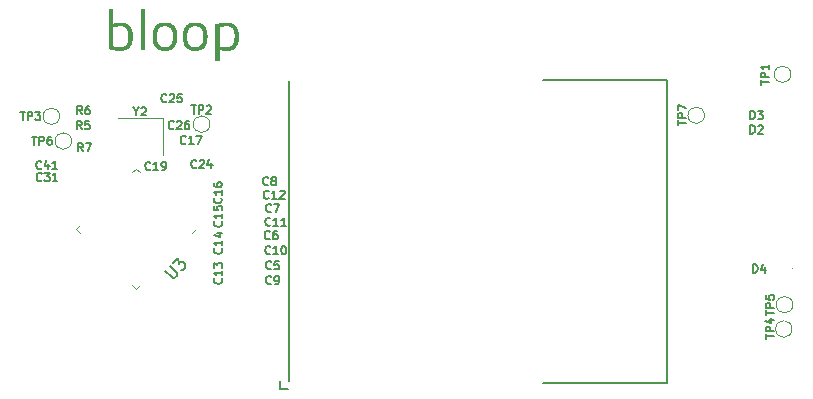
<source format=gbr>
G04 #@! TF.GenerationSoftware,KiCad,Pcbnew,(5.1.2)-2*
G04 #@! TF.CreationDate,2019-11-16T13:35:15-06:00*
G04 #@! TF.ProjectId,spi_control,7370695f-636f-46e7-9472-6f6c2e6b6963,rev?*
G04 #@! TF.SameCoordinates,Original*
G04 #@! TF.FileFunction,Legend,Top*
G04 #@! TF.FilePolarity,Positive*
%FSLAX46Y46*%
G04 Gerber Fmt 4.6, Leading zero omitted, Abs format (unit mm)*
G04 Created by KiCad (PCBNEW (5.1.2)-2) date 2019-11-16 13:35:15*
%MOMM*%
%LPD*%
G04 APERTURE LIST*
%ADD10C,0.120000*%
%ADD11C,0.150000*%
%ADD12C,0.010000*%
%ADD13C,0.100000*%
G04 APERTURE END LIST*
D10*
X73209410Y-76596814D02*
X73545286Y-76260938D01*
X63334664Y-76260938D02*
X63670540Y-76596814D01*
X63670540Y-75925062D02*
X63334664Y-76260938D01*
X68439975Y-71155627D02*
X68775851Y-71491503D01*
X68104099Y-71491503D02*
X68439975Y-71155627D01*
X68439975Y-81366249D02*
X68104099Y-81030373D01*
X68775851Y-81030373D02*
X68439975Y-81366249D01*
D11*
X80645000Y-89789000D02*
X80645000Y-89154000D01*
X81280000Y-89789000D02*
X80645000Y-89789000D01*
X113411000Y-63627000D02*
X102870000Y-63627000D01*
X113411000Y-89281000D02*
X113411000Y-63627000D01*
X102870000Y-89281000D02*
X113411000Y-89281000D01*
X81407000Y-63754000D02*
X81407000Y-89154000D01*
D10*
X70734000Y-66903400D02*
X66934000Y-66903400D01*
X70734000Y-70053400D02*
X70734000Y-66903400D01*
D12*
G36*
X76109438Y-58796805D02*
G01*
X76128555Y-58796865D01*
X76145205Y-58796995D01*
X76159846Y-58797217D01*
X76172937Y-58797552D01*
X76184938Y-58798019D01*
X76196307Y-58798640D01*
X76207505Y-58799437D01*
X76218991Y-58800429D01*
X76231223Y-58801638D01*
X76244661Y-58803085D01*
X76257573Y-58804539D01*
X76316025Y-58812639D01*
X76372366Y-58823355D01*
X76426588Y-58836680D01*
X76478682Y-58852612D01*
X76528638Y-58871145D01*
X76576448Y-58892276D01*
X76622104Y-58915998D01*
X76665595Y-58942309D01*
X76706914Y-58971203D01*
X76746050Y-59002677D01*
X76782997Y-59036724D01*
X76817744Y-59073342D01*
X76842870Y-59103130D01*
X76872938Y-59143244D01*
X76901009Y-59186042D01*
X76927046Y-59231444D01*
X76951011Y-59279371D01*
X76972867Y-59329744D01*
X76992577Y-59382484D01*
X77010104Y-59437513D01*
X77023027Y-59485106D01*
X77032380Y-59524636D01*
X77040701Y-59564747D01*
X77048049Y-59605861D01*
X77054486Y-59648400D01*
X77060073Y-59692789D01*
X77064872Y-59739448D01*
X77068943Y-59788801D01*
X77070714Y-59814460D01*
X77071343Y-59826578D01*
X77071866Y-59841632D01*
X77072285Y-59859175D01*
X77072602Y-59878759D01*
X77072818Y-59899933D01*
X77072934Y-59922252D01*
X77072951Y-59945265D01*
X77072872Y-59968525D01*
X77072697Y-59991583D01*
X77072428Y-60013992D01*
X77072066Y-60035302D01*
X77071613Y-60055066D01*
X77071070Y-60072834D01*
X77070438Y-60088160D01*
X77069832Y-60098940D01*
X77065867Y-60151717D01*
X77061130Y-60201568D01*
X77055573Y-60248874D01*
X77049148Y-60294017D01*
X77041806Y-60337380D01*
X77035655Y-60369026D01*
X77021965Y-60429384D01*
X77006230Y-60487057D01*
X76988437Y-60542071D01*
X76968568Y-60594456D01*
X76946608Y-60644236D01*
X76922542Y-60691441D01*
X76896352Y-60736098D01*
X76868025Y-60778233D01*
X76837542Y-60817875D01*
X76804890Y-60855050D01*
X76770051Y-60889785D01*
X76733011Y-60922109D01*
X76700701Y-60947041D01*
X76661702Y-60973455D01*
X76620163Y-60997675D01*
X76576145Y-61019674D01*
X76529709Y-61039428D01*
X76480915Y-61056911D01*
X76429825Y-61072096D01*
X76376500Y-61084958D01*
X76371026Y-61086120D01*
X76327124Y-61094375D01*
X76281185Y-61101148D01*
X76233139Y-61106435D01*
X76182915Y-61110234D01*
X76130442Y-61112543D01*
X76075651Y-61113358D01*
X76018469Y-61112677D01*
X75958826Y-61110497D01*
X75896652Y-61106817D01*
X75831876Y-61101633D01*
X75764426Y-61094943D01*
X75694232Y-61086744D01*
X75621224Y-61077033D01*
X75545331Y-61065809D01*
X75466526Y-61053075D01*
X75456865Y-61051461D01*
X75448390Y-61050062D01*
X75441654Y-61048969D01*
X75437208Y-61048270D01*
X75435623Y-61048053D01*
X75435536Y-61049723D01*
X75435452Y-61054642D01*
X75435369Y-61062670D01*
X75435289Y-61073669D01*
X75435212Y-61087501D01*
X75435138Y-61104027D01*
X75435068Y-61123110D01*
X75435002Y-61144609D01*
X75434940Y-61168387D01*
X75434882Y-61194306D01*
X75434829Y-61222226D01*
X75434781Y-61252010D01*
X75434738Y-61283519D01*
X75434701Y-61316614D01*
X75434670Y-61351157D01*
X75434646Y-61387009D01*
X75434628Y-61424032D01*
X75434617Y-61462088D01*
X75434613Y-61501038D01*
X75434613Y-61955680D01*
X75167064Y-61955680D01*
X75167489Y-60455028D01*
X75167626Y-59968203D01*
X75434613Y-59968203D01*
X75434613Y-60808594D01*
X75477370Y-60815821D01*
X75535824Y-60825496D01*
X75591292Y-60834247D01*
X75644036Y-60842111D01*
X75694317Y-60849121D01*
X75742397Y-60855312D01*
X75788539Y-60860720D01*
X75833004Y-60865379D01*
X75876054Y-60869324D01*
X75885886Y-60870142D01*
X75897421Y-60871062D01*
X75908603Y-60871901D01*
X75919910Y-60872688D01*
X75931820Y-60873452D01*
X75944811Y-60874221D01*
X75959361Y-60875024D01*
X75975947Y-60875888D01*
X75995047Y-60876844D01*
X76012886Y-60877713D01*
X76019835Y-60877926D01*
X76029580Y-60878051D01*
X76041624Y-60878093D01*
X76055465Y-60878061D01*
X76070605Y-60877961D01*
X76086543Y-60877799D01*
X76102780Y-60877583D01*
X76118816Y-60877321D01*
X76134151Y-60877017D01*
X76148287Y-60876681D01*
X76160722Y-60876317D01*
X76170958Y-60875935D01*
X76178495Y-60875539D01*
X76180526Y-60875389D01*
X76229961Y-60870126D01*
X76276750Y-60862823D01*
X76320985Y-60853433D01*
X76362757Y-60841910D01*
X76402156Y-60828208D01*
X76439274Y-60812282D01*
X76474202Y-60794085D01*
X76507031Y-60773571D01*
X76537853Y-60750695D01*
X76566758Y-60725411D01*
X76593838Y-60697672D01*
X76619184Y-60667432D01*
X76634860Y-60646288D01*
X76657657Y-60611344D01*
X76678680Y-60573519D01*
X76697927Y-60532822D01*
X76715397Y-60489260D01*
X76731087Y-60442840D01*
X76744994Y-60393569D01*
X76757118Y-60341453D01*
X76767456Y-60286500D01*
X76776005Y-60228717D01*
X76782764Y-60168111D01*
X76784975Y-60142966D01*
X76788497Y-60091654D01*
X76790891Y-60038580D01*
X76792162Y-59984448D01*
X76792316Y-59929962D01*
X76791358Y-59875825D01*
X76789295Y-59822741D01*
X76786131Y-59771413D01*
X76781873Y-59722546D01*
X76781575Y-59719633D01*
X76774817Y-59663472D01*
X76766370Y-59609530D01*
X76756279Y-59558049D01*
X76744589Y-59509271D01*
X76740959Y-59495858D01*
X76726167Y-59447433D01*
X76709464Y-59401797D01*
X76690828Y-59358929D01*
X76670235Y-59318805D01*
X76647660Y-59281403D01*
X76623081Y-59246700D01*
X76596474Y-59214673D01*
X76567814Y-59185299D01*
X76537080Y-59158555D01*
X76504246Y-59134420D01*
X76469290Y-59112869D01*
X76432187Y-59093881D01*
X76392914Y-59077433D01*
X76351448Y-59063501D01*
X76307765Y-59052064D01*
X76272813Y-59044980D01*
X76245389Y-59040500D01*
X76218054Y-59036921D01*
X76190158Y-59034191D01*
X76161052Y-59032262D01*
X76130087Y-59031081D01*
X76096613Y-59030600D01*
X76087393Y-59030583D01*
X76068484Y-59030645D01*
X76051593Y-59030834D01*
X76036029Y-59031183D01*
X76021102Y-59031728D01*
X76006121Y-59032504D01*
X75990396Y-59033544D01*
X75973236Y-59034884D01*
X75953950Y-59036559D01*
X75936686Y-59038147D01*
X75899184Y-59041993D01*
X75859741Y-59046662D01*
X75818836Y-59052070D01*
X75776950Y-59058134D01*
X75734562Y-59064770D01*
X75692153Y-59071894D01*
X75650201Y-59079423D01*
X75609189Y-59087274D01*
X75569594Y-59095362D01*
X75531898Y-59103604D01*
X75496580Y-59111916D01*
X75464121Y-59120215D01*
X75461126Y-59121020D01*
X75452414Y-59123363D01*
X75444921Y-59125357D01*
X75439225Y-59126848D01*
X75435905Y-59127686D01*
X75435303Y-59127813D01*
X75435259Y-59129489D01*
X75435216Y-59134450D01*
X75435174Y-59142595D01*
X75435133Y-59153821D01*
X75435092Y-59168026D01*
X75435053Y-59185109D01*
X75435015Y-59204969D01*
X75434978Y-59227502D01*
X75434942Y-59252609D01*
X75434908Y-59280186D01*
X75434875Y-59310132D01*
X75434844Y-59342345D01*
X75434814Y-59376724D01*
X75434786Y-59413166D01*
X75434760Y-59451571D01*
X75434735Y-59491836D01*
X75434713Y-59533859D01*
X75434692Y-59577539D01*
X75434674Y-59622774D01*
X75434658Y-59669462D01*
X75434644Y-59717501D01*
X75434633Y-59766790D01*
X75434624Y-59817227D01*
X75434618Y-59868710D01*
X75434614Y-59921137D01*
X75434613Y-59968203D01*
X75167626Y-59968203D01*
X75167913Y-58954377D01*
X75181460Y-58950443D01*
X75240899Y-58933637D01*
X75301345Y-58917435D01*
X75362387Y-58901926D01*
X75423618Y-58887197D01*
X75484627Y-58873335D01*
X75545006Y-58860428D01*
X75604346Y-58848564D01*
X75662239Y-58837831D01*
X75718275Y-58828316D01*
X75772046Y-58820106D01*
X75819000Y-58813802D01*
X75849214Y-58810128D01*
X75876712Y-58806999D01*
X75902115Y-58804373D01*
X75926044Y-58802213D01*
X75949118Y-58800478D01*
X75971958Y-58799130D01*
X75995184Y-58798130D01*
X76019417Y-58797437D01*
X76045278Y-58797013D01*
X76073386Y-58796818D01*
X76087393Y-58796794D01*
X76109438Y-58796805D01*
X76109438Y-58796805D01*
G37*
X76109438Y-58796805D02*
X76128555Y-58796865D01*
X76145205Y-58796995D01*
X76159846Y-58797217D01*
X76172937Y-58797552D01*
X76184938Y-58798019D01*
X76196307Y-58798640D01*
X76207505Y-58799437D01*
X76218991Y-58800429D01*
X76231223Y-58801638D01*
X76244661Y-58803085D01*
X76257573Y-58804539D01*
X76316025Y-58812639D01*
X76372366Y-58823355D01*
X76426588Y-58836680D01*
X76478682Y-58852612D01*
X76528638Y-58871145D01*
X76576448Y-58892276D01*
X76622104Y-58915998D01*
X76665595Y-58942309D01*
X76706914Y-58971203D01*
X76746050Y-59002677D01*
X76782997Y-59036724D01*
X76817744Y-59073342D01*
X76842870Y-59103130D01*
X76872938Y-59143244D01*
X76901009Y-59186042D01*
X76927046Y-59231444D01*
X76951011Y-59279371D01*
X76972867Y-59329744D01*
X76992577Y-59382484D01*
X77010104Y-59437513D01*
X77023027Y-59485106D01*
X77032380Y-59524636D01*
X77040701Y-59564747D01*
X77048049Y-59605861D01*
X77054486Y-59648400D01*
X77060073Y-59692789D01*
X77064872Y-59739448D01*
X77068943Y-59788801D01*
X77070714Y-59814460D01*
X77071343Y-59826578D01*
X77071866Y-59841632D01*
X77072285Y-59859175D01*
X77072602Y-59878759D01*
X77072818Y-59899933D01*
X77072934Y-59922252D01*
X77072951Y-59945265D01*
X77072872Y-59968525D01*
X77072697Y-59991583D01*
X77072428Y-60013992D01*
X77072066Y-60035302D01*
X77071613Y-60055066D01*
X77071070Y-60072834D01*
X77070438Y-60088160D01*
X77069832Y-60098940D01*
X77065867Y-60151717D01*
X77061130Y-60201568D01*
X77055573Y-60248874D01*
X77049148Y-60294017D01*
X77041806Y-60337380D01*
X77035655Y-60369026D01*
X77021965Y-60429384D01*
X77006230Y-60487057D01*
X76988437Y-60542071D01*
X76968568Y-60594456D01*
X76946608Y-60644236D01*
X76922542Y-60691441D01*
X76896352Y-60736098D01*
X76868025Y-60778233D01*
X76837542Y-60817875D01*
X76804890Y-60855050D01*
X76770051Y-60889785D01*
X76733011Y-60922109D01*
X76700701Y-60947041D01*
X76661702Y-60973455D01*
X76620163Y-60997675D01*
X76576145Y-61019674D01*
X76529709Y-61039428D01*
X76480915Y-61056911D01*
X76429825Y-61072096D01*
X76376500Y-61084958D01*
X76371026Y-61086120D01*
X76327124Y-61094375D01*
X76281185Y-61101148D01*
X76233139Y-61106435D01*
X76182915Y-61110234D01*
X76130442Y-61112543D01*
X76075651Y-61113358D01*
X76018469Y-61112677D01*
X75958826Y-61110497D01*
X75896652Y-61106817D01*
X75831876Y-61101633D01*
X75764426Y-61094943D01*
X75694232Y-61086744D01*
X75621224Y-61077033D01*
X75545331Y-61065809D01*
X75466526Y-61053075D01*
X75456865Y-61051461D01*
X75448390Y-61050062D01*
X75441654Y-61048969D01*
X75437208Y-61048270D01*
X75435623Y-61048053D01*
X75435536Y-61049723D01*
X75435452Y-61054642D01*
X75435369Y-61062670D01*
X75435289Y-61073669D01*
X75435212Y-61087501D01*
X75435138Y-61104027D01*
X75435068Y-61123110D01*
X75435002Y-61144609D01*
X75434940Y-61168387D01*
X75434882Y-61194306D01*
X75434829Y-61222226D01*
X75434781Y-61252010D01*
X75434738Y-61283519D01*
X75434701Y-61316614D01*
X75434670Y-61351157D01*
X75434646Y-61387009D01*
X75434628Y-61424032D01*
X75434617Y-61462088D01*
X75434613Y-61501038D01*
X75434613Y-61955680D01*
X75167064Y-61955680D01*
X75167489Y-60455028D01*
X75167626Y-59968203D01*
X75434613Y-59968203D01*
X75434613Y-60808594D01*
X75477370Y-60815821D01*
X75535824Y-60825496D01*
X75591292Y-60834247D01*
X75644036Y-60842111D01*
X75694317Y-60849121D01*
X75742397Y-60855312D01*
X75788539Y-60860720D01*
X75833004Y-60865379D01*
X75876054Y-60869324D01*
X75885886Y-60870142D01*
X75897421Y-60871062D01*
X75908603Y-60871901D01*
X75919910Y-60872688D01*
X75931820Y-60873452D01*
X75944811Y-60874221D01*
X75959361Y-60875024D01*
X75975947Y-60875888D01*
X75995047Y-60876844D01*
X76012886Y-60877713D01*
X76019835Y-60877926D01*
X76029580Y-60878051D01*
X76041624Y-60878093D01*
X76055465Y-60878061D01*
X76070605Y-60877961D01*
X76086543Y-60877799D01*
X76102780Y-60877583D01*
X76118816Y-60877321D01*
X76134151Y-60877017D01*
X76148287Y-60876681D01*
X76160722Y-60876317D01*
X76170958Y-60875935D01*
X76178495Y-60875539D01*
X76180526Y-60875389D01*
X76229961Y-60870126D01*
X76276750Y-60862823D01*
X76320985Y-60853433D01*
X76362757Y-60841910D01*
X76402156Y-60828208D01*
X76439274Y-60812282D01*
X76474202Y-60794085D01*
X76507031Y-60773571D01*
X76537853Y-60750695D01*
X76566758Y-60725411D01*
X76593838Y-60697672D01*
X76619184Y-60667432D01*
X76634860Y-60646288D01*
X76657657Y-60611344D01*
X76678680Y-60573519D01*
X76697927Y-60532822D01*
X76715397Y-60489260D01*
X76731087Y-60442840D01*
X76744994Y-60393569D01*
X76757118Y-60341453D01*
X76767456Y-60286500D01*
X76776005Y-60228717D01*
X76782764Y-60168111D01*
X76784975Y-60142966D01*
X76788497Y-60091654D01*
X76790891Y-60038580D01*
X76792162Y-59984448D01*
X76792316Y-59929962D01*
X76791358Y-59875825D01*
X76789295Y-59822741D01*
X76786131Y-59771413D01*
X76781873Y-59722546D01*
X76781575Y-59719633D01*
X76774817Y-59663472D01*
X76766370Y-59609530D01*
X76756279Y-59558049D01*
X76744589Y-59509271D01*
X76740959Y-59495858D01*
X76726167Y-59447433D01*
X76709464Y-59401797D01*
X76690828Y-59358929D01*
X76670235Y-59318805D01*
X76647660Y-59281403D01*
X76623081Y-59246700D01*
X76596474Y-59214673D01*
X76567814Y-59185299D01*
X76537080Y-59158555D01*
X76504246Y-59134420D01*
X76469290Y-59112869D01*
X76432187Y-59093881D01*
X76392914Y-59077433D01*
X76351448Y-59063501D01*
X76307765Y-59052064D01*
X76272813Y-59044980D01*
X76245389Y-59040500D01*
X76218054Y-59036921D01*
X76190158Y-59034191D01*
X76161052Y-59032262D01*
X76130087Y-59031081D01*
X76096613Y-59030600D01*
X76087393Y-59030583D01*
X76068484Y-59030645D01*
X76051593Y-59030834D01*
X76036029Y-59031183D01*
X76021102Y-59031728D01*
X76006121Y-59032504D01*
X75990396Y-59033544D01*
X75973236Y-59034884D01*
X75953950Y-59036559D01*
X75936686Y-59038147D01*
X75899184Y-59041993D01*
X75859741Y-59046662D01*
X75818836Y-59052070D01*
X75776950Y-59058134D01*
X75734562Y-59064770D01*
X75692153Y-59071894D01*
X75650201Y-59079423D01*
X75609189Y-59087274D01*
X75569594Y-59095362D01*
X75531898Y-59103604D01*
X75496580Y-59111916D01*
X75464121Y-59120215D01*
X75461126Y-59121020D01*
X75452414Y-59123363D01*
X75444921Y-59125357D01*
X75439225Y-59126848D01*
X75435905Y-59127686D01*
X75435303Y-59127813D01*
X75435259Y-59129489D01*
X75435216Y-59134450D01*
X75435174Y-59142595D01*
X75435133Y-59153821D01*
X75435092Y-59168026D01*
X75435053Y-59185109D01*
X75435015Y-59204969D01*
X75434978Y-59227502D01*
X75434942Y-59252609D01*
X75434908Y-59280186D01*
X75434875Y-59310132D01*
X75434844Y-59342345D01*
X75434814Y-59376724D01*
X75434786Y-59413166D01*
X75434760Y-59451571D01*
X75434735Y-59491836D01*
X75434713Y-59533859D01*
X75434692Y-59577539D01*
X75434674Y-59622774D01*
X75434658Y-59669462D01*
X75434644Y-59717501D01*
X75434633Y-59766790D01*
X75434624Y-59817227D01*
X75434618Y-59868710D01*
X75434614Y-59921137D01*
X75434613Y-59968203D01*
X75167626Y-59968203D01*
X75167913Y-58954377D01*
X75181460Y-58950443D01*
X75240899Y-58933637D01*
X75301345Y-58917435D01*
X75362387Y-58901926D01*
X75423618Y-58887197D01*
X75484627Y-58873335D01*
X75545006Y-58860428D01*
X75604346Y-58848564D01*
X75662239Y-58837831D01*
X75718275Y-58828316D01*
X75772046Y-58820106D01*
X75819000Y-58813802D01*
X75849214Y-58810128D01*
X75876712Y-58806999D01*
X75902115Y-58804373D01*
X75926044Y-58802213D01*
X75949118Y-58800478D01*
X75971958Y-58799130D01*
X75995184Y-58798130D01*
X76019417Y-58797437D01*
X76045278Y-58797013D01*
X76073386Y-58796818D01*
X76087393Y-58796794D01*
X76109438Y-58796805D01*
G36*
X66449786Y-58888675D02*
G01*
X66472223Y-58883030D01*
X66557878Y-58862743D01*
X66643046Y-58845139D01*
X66728331Y-58830121D01*
X66814342Y-58817593D01*
X66901682Y-58807456D01*
X66990959Y-58799615D01*
X66996733Y-58799191D01*
X67006927Y-58798592D01*
X67019909Y-58798052D01*
X67035194Y-58797575D01*
X67052293Y-58797166D01*
X67070719Y-58796827D01*
X67089986Y-58796564D01*
X67109605Y-58796379D01*
X67129090Y-58796278D01*
X67147953Y-58796263D01*
X67165707Y-58796338D01*
X67181865Y-58796508D01*
X67195940Y-58796777D01*
X67207444Y-58797148D01*
X67213480Y-58797456D01*
X67263377Y-58801416D01*
X67310710Y-58806913D01*
X67355974Y-58814039D01*
X67399667Y-58822886D01*
X67442288Y-58833546D01*
X67484332Y-58846110D01*
X67493726Y-58849197D01*
X67543305Y-58867423D01*
X67590750Y-58888275D01*
X67636055Y-58911750D01*
X67679216Y-58937842D01*
X67720227Y-58966549D01*
X67759082Y-58997866D01*
X67795776Y-59031788D01*
X67830303Y-59068312D01*
X67862658Y-59107433D01*
X67892835Y-59149148D01*
X67896695Y-59154906D01*
X67907655Y-59171622D01*
X67917108Y-59186572D01*
X67925594Y-59200686D01*
X67933654Y-59214896D01*
X67941828Y-59230131D01*
X67950658Y-59247323D01*
X67952300Y-59250580D01*
X67974956Y-59298857D01*
X67995526Y-59349467D01*
X68014021Y-59402458D01*
X68030452Y-59457879D01*
X68044833Y-59515779D01*
X68057173Y-59576207D01*
X68067485Y-59639212D01*
X68075782Y-59704843D01*
X68082074Y-59773149D01*
X68083848Y-59798373D01*
X68085286Y-59824624D01*
X68086399Y-59853582D01*
X68087190Y-59884584D01*
X68087657Y-59916967D01*
X68087800Y-59950066D01*
X68087621Y-59983219D01*
X68087118Y-60015761D01*
X68086292Y-60047029D01*
X68085143Y-60076359D01*
X68083814Y-60100856D01*
X68078251Y-60171675D01*
X68070645Y-60239806D01*
X68060988Y-60305265D01*
X68049274Y-60368070D01*
X68035494Y-60428238D01*
X68019641Y-60485786D01*
X68001709Y-60540732D01*
X67981691Y-60593092D01*
X67959578Y-60642883D01*
X67935365Y-60690124D01*
X67909043Y-60734831D01*
X67880605Y-60777022D01*
X67850045Y-60816714D01*
X67817354Y-60853924D01*
X67782527Y-60888668D01*
X67745555Y-60920966D01*
X67739092Y-60926186D01*
X67710948Y-60947643D01*
X67682479Y-60967236D01*
X67652818Y-60985511D01*
X67621102Y-61003017D01*
X67602918Y-61012292D01*
X67560620Y-61031946D01*
X67517031Y-61049463D01*
X67471947Y-61064893D01*
X67425159Y-61078284D01*
X67376463Y-61089686D01*
X67325652Y-61099149D01*
X67272519Y-61106721D01*
X67216859Y-61112453D01*
X67170535Y-61115736D01*
X67163060Y-61116057D01*
X67152739Y-61116341D01*
X67140068Y-61116586D01*
X67125545Y-61116790D01*
X67109666Y-61116951D01*
X67092929Y-61117068D01*
X67075830Y-61117139D01*
X67058866Y-61117163D01*
X67042535Y-61117137D01*
X67027333Y-61117061D01*
X67013757Y-61116931D01*
X67002305Y-61116747D01*
X66993472Y-61116508D01*
X66989960Y-61116354D01*
X66954118Y-61114248D01*
X66918636Y-61111780D01*
X66883292Y-61108913D01*
X66847864Y-61105615D01*
X66812130Y-61101851D01*
X66775867Y-61097587D01*
X66738854Y-61092789D01*
X66700869Y-61087422D01*
X66661689Y-61081452D01*
X66621093Y-61074845D01*
X66578858Y-61067568D01*
X66534764Y-61059585D01*
X66488586Y-61050863D01*
X66440104Y-61041367D01*
X66389096Y-61031064D01*
X66335339Y-61019918D01*
X66278612Y-61007896D01*
X66260980Y-61004114D01*
X66245821Y-61000851D01*
X66231590Y-60997785D01*
X66218649Y-60994994D01*
X66207362Y-60992556D01*
X66198092Y-60990550D01*
X66191200Y-60989054D01*
X66187049Y-60988146D01*
X66186050Y-60987922D01*
X66182240Y-60987028D01*
X66182240Y-59128097D01*
X66449786Y-59128097D01*
X66449786Y-60808782D01*
X66470530Y-60812435D01*
X66478704Y-60813879D01*
X66489317Y-60815757D01*
X66501471Y-60817912D01*
X66514272Y-60820185D01*
X66526822Y-60822417D01*
X66528526Y-60822720D01*
X66572321Y-60830262D01*
X66617213Y-60837508D01*
X66662459Y-60844353D01*
X66707314Y-60850691D01*
X66751032Y-60856417D01*
X66792871Y-60861423D01*
X66826553Y-60865051D01*
X66845115Y-60866897D01*
X66862420Y-60868527D01*
X66879022Y-60869983D01*
X66895476Y-60871302D01*
X66912339Y-60872525D01*
X66930165Y-60873692D01*
X66949511Y-60874841D01*
X66970931Y-60876013D01*
X66994981Y-60877246D01*
X67004353Y-60877712D01*
X67012870Y-60877989D01*
X67024224Y-60878147D01*
X67037890Y-60878193D01*
X67053346Y-60878136D01*
X67070068Y-60877986D01*
X67087533Y-60877752D01*
X67105219Y-60877442D01*
X67122601Y-60877066D01*
X67139157Y-60876633D01*
X67154363Y-60876151D01*
X67167697Y-60875631D01*
X67178634Y-60875080D01*
X67185955Y-60874570D01*
X67230575Y-60869976D01*
X67272363Y-60864043D01*
X67311626Y-60856694D01*
X67348675Y-60847851D01*
X67383820Y-60837437D01*
X67417370Y-60825376D01*
X67449634Y-60811590D01*
X67461553Y-60805917D01*
X67496257Y-60787250D01*
X67529031Y-60766153D01*
X67559893Y-60742594D01*
X67588857Y-60716543D01*
X67615939Y-60687966D01*
X67641155Y-60656834D01*
X67664521Y-60623113D01*
X67686052Y-60586773D01*
X67705764Y-60547781D01*
X67723672Y-60506107D01*
X67739793Y-60461718D01*
X67754141Y-60414582D01*
X67766733Y-60364669D01*
X67777585Y-60311946D01*
X67786712Y-60256382D01*
X67794129Y-60197945D01*
X67799853Y-60136604D01*
X67801011Y-60120953D01*
X67802514Y-60096330D01*
X67803776Y-60069015D01*
X67804790Y-60039693D01*
X67805547Y-60009051D01*
X67806038Y-59977774D01*
X67806256Y-59946549D01*
X67806192Y-59916061D01*
X67805838Y-59886997D01*
X67805185Y-59860042D01*
X67804415Y-59839860D01*
X67800672Y-59777580D01*
X67795279Y-59718141D01*
X67788210Y-59661411D01*
X67779440Y-59607259D01*
X67768946Y-59555555D01*
X67756704Y-59506169D01*
X67742687Y-59458970D01*
X67726873Y-59413828D01*
X67722688Y-59402980D01*
X67714242Y-59382877D01*
X67704201Y-59361288D01*
X67692995Y-59339015D01*
X67681057Y-59316860D01*
X67668816Y-59295626D01*
X67656704Y-59276115D01*
X67646231Y-59260638D01*
X67623291Y-59230797D01*
X67598018Y-59202336D01*
X67570919Y-59175749D01*
X67542500Y-59151533D01*
X67513267Y-59130182D01*
X67512526Y-59129687D01*
X67478019Y-59108583D01*
X67441549Y-59090019D01*
X67403050Y-59073975D01*
X67362454Y-59060428D01*
X67319697Y-59049358D01*
X67274710Y-59040744D01*
X67227429Y-59034564D01*
X67210940Y-59033024D01*
X67180774Y-59031088D01*
X67147720Y-59030097D01*
X67112137Y-59030030D01*
X67074383Y-59030866D01*
X67034816Y-59032584D01*
X66993795Y-59035166D01*
X66951679Y-59038590D01*
X66908826Y-59042836D01*
X66865595Y-59047884D01*
X66822343Y-59053714D01*
X66807601Y-59055884D01*
X66762770Y-59063009D01*
X66715483Y-59071237D01*
X66666435Y-59080429D01*
X66616323Y-59090447D01*
X66565840Y-59101154D01*
X66515683Y-59112412D01*
X66478996Y-59121061D01*
X66449786Y-59128097D01*
X66182240Y-59128097D01*
X66182240Y-57658000D01*
X66449786Y-57658000D01*
X66449786Y-58888675D01*
X66449786Y-58888675D01*
G37*
X66449786Y-58888675D02*
X66472223Y-58883030D01*
X66557878Y-58862743D01*
X66643046Y-58845139D01*
X66728331Y-58830121D01*
X66814342Y-58817593D01*
X66901682Y-58807456D01*
X66990959Y-58799615D01*
X66996733Y-58799191D01*
X67006927Y-58798592D01*
X67019909Y-58798052D01*
X67035194Y-58797575D01*
X67052293Y-58797166D01*
X67070719Y-58796827D01*
X67089986Y-58796564D01*
X67109605Y-58796379D01*
X67129090Y-58796278D01*
X67147953Y-58796263D01*
X67165707Y-58796338D01*
X67181865Y-58796508D01*
X67195940Y-58796777D01*
X67207444Y-58797148D01*
X67213480Y-58797456D01*
X67263377Y-58801416D01*
X67310710Y-58806913D01*
X67355974Y-58814039D01*
X67399667Y-58822886D01*
X67442288Y-58833546D01*
X67484332Y-58846110D01*
X67493726Y-58849197D01*
X67543305Y-58867423D01*
X67590750Y-58888275D01*
X67636055Y-58911750D01*
X67679216Y-58937842D01*
X67720227Y-58966549D01*
X67759082Y-58997866D01*
X67795776Y-59031788D01*
X67830303Y-59068312D01*
X67862658Y-59107433D01*
X67892835Y-59149148D01*
X67896695Y-59154906D01*
X67907655Y-59171622D01*
X67917108Y-59186572D01*
X67925594Y-59200686D01*
X67933654Y-59214896D01*
X67941828Y-59230131D01*
X67950658Y-59247323D01*
X67952300Y-59250580D01*
X67974956Y-59298857D01*
X67995526Y-59349467D01*
X68014021Y-59402458D01*
X68030452Y-59457879D01*
X68044833Y-59515779D01*
X68057173Y-59576207D01*
X68067485Y-59639212D01*
X68075782Y-59704843D01*
X68082074Y-59773149D01*
X68083848Y-59798373D01*
X68085286Y-59824624D01*
X68086399Y-59853582D01*
X68087190Y-59884584D01*
X68087657Y-59916967D01*
X68087800Y-59950066D01*
X68087621Y-59983219D01*
X68087118Y-60015761D01*
X68086292Y-60047029D01*
X68085143Y-60076359D01*
X68083814Y-60100856D01*
X68078251Y-60171675D01*
X68070645Y-60239806D01*
X68060988Y-60305265D01*
X68049274Y-60368070D01*
X68035494Y-60428238D01*
X68019641Y-60485786D01*
X68001709Y-60540732D01*
X67981691Y-60593092D01*
X67959578Y-60642883D01*
X67935365Y-60690124D01*
X67909043Y-60734831D01*
X67880605Y-60777022D01*
X67850045Y-60816714D01*
X67817354Y-60853924D01*
X67782527Y-60888668D01*
X67745555Y-60920966D01*
X67739092Y-60926186D01*
X67710948Y-60947643D01*
X67682479Y-60967236D01*
X67652818Y-60985511D01*
X67621102Y-61003017D01*
X67602918Y-61012292D01*
X67560620Y-61031946D01*
X67517031Y-61049463D01*
X67471947Y-61064893D01*
X67425159Y-61078284D01*
X67376463Y-61089686D01*
X67325652Y-61099149D01*
X67272519Y-61106721D01*
X67216859Y-61112453D01*
X67170535Y-61115736D01*
X67163060Y-61116057D01*
X67152739Y-61116341D01*
X67140068Y-61116586D01*
X67125545Y-61116790D01*
X67109666Y-61116951D01*
X67092929Y-61117068D01*
X67075830Y-61117139D01*
X67058866Y-61117163D01*
X67042535Y-61117137D01*
X67027333Y-61117061D01*
X67013757Y-61116931D01*
X67002305Y-61116747D01*
X66993472Y-61116508D01*
X66989960Y-61116354D01*
X66954118Y-61114248D01*
X66918636Y-61111780D01*
X66883292Y-61108913D01*
X66847864Y-61105615D01*
X66812130Y-61101851D01*
X66775867Y-61097587D01*
X66738854Y-61092789D01*
X66700869Y-61087422D01*
X66661689Y-61081452D01*
X66621093Y-61074845D01*
X66578858Y-61067568D01*
X66534764Y-61059585D01*
X66488586Y-61050863D01*
X66440104Y-61041367D01*
X66389096Y-61031064D01*
X66335339Y-61019918D01*
X66278612Y-61007896D01*
X66260980Y-61004114D01*
X66245821Y-61000851D01*
X66231590Y-60997785D01*
X66218649Y-60994994D01*
X66207362Y-60992556D01*
X66198092Y-60990550D01*
X66191200Y-60989054D01*
X66187049Y-60988146D01*
X66186050Y-60987922D01*
X66182240Y-60987028D01*
X66182240Y-59128097D01*
X66449786Y-59128097D01*
X66449786Y-60808782D01*
X66470530Y-60812435D01*
X66478704Y-60813879D01*
X66489317Y-60815757D01*
X66501471Y-60817912D01*
X66514272Y-60820185D01*
X66526822Y-60822417D01*
X66528526Y-60822720D01*
X66572321Y-60830262D01*
X66617213Y-60837508D01*
X66662459Y-60844353D01*
X66707314Y-60850691D01*
X66751032Y-60856417D01*
X66792871Y-60861423D01*
X66826553Y-60865051D01*
X66845115Y-60866897D01*
X66862420Y-60868527D01*
X66879022Y-60869983D01*
X66895476Y-60871302D01*
X66912339Y-60872525D01*
X66930165Y-60873692D01*
X66949511Y-60874841D01*
X66970931Y-60876013D01*
X66994981Y-60877246D01*
X67004353Y-60877712D01*
X67012870Y-60877989D01*
X67024224Y-60878147D01*
X67037890Y-60878193D01*
X67053346Y-60878136D01*
X67070068Y-60877986D01*
X67087533Y-60877752D01*
X67105219Y-60877442D01*
X67122601Y-60877066D01*
X67139157Y-60876633D01*
X67154363Y-60876151D01*
X67167697Y-60875631D01*
X67178634Y-60875080D01*
X67185955Y-60874570D01*
X67230575Y-60869976D01*
X67272363Y-60864043D01*
X67311626Y-60856694D01*
X67348675Y-60847851D01*
X67383820Y-60837437D01*
X67417370Y-60825376D01*
X67449634Y-60811590D01*
X67461553Y-60805917D01*
X67496257Y-60787250D01*
X67529031Y-60766153D01*
X67559893Y-60742594D01*
X67588857Y-60716543D01*
X67615939Y-60687966D01*
X67641155Y-60656834D01*
X67664521Y-60623113D01*
X67686052Y-60586773D01*
X67705764Y-60547781D01*
X67723672Y-60506107D01*
X67739793Y-60461718D01*
X67754141Y-60414582D01*
X67766733Y-60364669D01*
X67777585Y-60311946D01*
X67786712Y-60256382D01*
X67794129Y-60197945D01*
X67799853Y-60136604D01*
X67801011Y-60120953D01*
X67802514Y-60096330D01*
X67803776Y-60069015D01*
X67804790Y-60039693D01*
X67805547Y-60009051D01*
X67806038Y-59977774D01*
X67806256Y-59946549D01*
X67806192Y-59916061D01*
X67805838Y-59886997D01*
X67805185Y-59860042D01*
X67804415Y-59839860D01*
X67800672Y-59777580D01*
X67795279Y-59718141D01*
X67788210Y-59661411D01*
X67779440Y-59607259D01*
X67768946Y-59555555D01*
X67756704Y-59506169D01*
X67742687Y-59458970D01*
X67726873Y-59413828D01*
X67722688Y-59402980D01*
X67714242Y-59382877D01*
X67704201Y-59361288D01*
X67692995Y-59339015D01*
X67681057Y-59316860D01*
X67668816Y-59295626D01*
X67656704Y-59276115D01*
X67646231Y-59260638D01*
X67623291Y-59230797D01*
X67598018Y-59202336D01*
X67570919Y-59175749D01*
X67542500Y-59151533D01*
X67513267Y-59130182D01*
X67512526Y-59129687D01*
X67478019Y-59108583D01*
X67441549Y-59090019D01*
X67403050Y-59073975D01*
X67362454Y-59060428D01*
X67319697Y-59049358D01*
X67274710Y-59040744D01*
X67227429Y-59034564D01*
X67210940Y-59033024D01*
X67180774Y-59031088D01*
X67147720Y-59030097D01*
X67112137Y-59030030D01*
X67074383Y-59030866D01*
X67034816Y-59032584D01*
X66993795Y-59035166D01*
X66951679Y-59038590D01*
X66908826Y-59042836D01*
X66865595Y-59047884D01*
X66822343Y-59053714D01*
X66807601Y-59055884D01*
X66762770Y-59063009D01*
X66715483Y-59071237D01*
X66666435Y-59080429D01*
X66616323Y-59090447D01*
X66565840Y-59101154D01*
X66515683Y-59112412D01*
X66478996Y-59121061D01*
X66449786Y-59128097D01*
X66182240Y-59128097D01*
X66182240Y-57658000D01*
X66449786Y-57658000D01*
X66449786Y-58888675D01*
G36*
X70870005Y-58796403D02*
G01*
X70893700Y-58796736D01*
X70914595Y-58797165D01*
X70933280Y-58797724D01*
X70950341Y-58798448D01*
X70966364Y-58799370D01*
X70981939Y-58800527D01*
X70997652Y-58801953D01*
X71014090Y-58803682D01*
X71031841Y-58805749D01*
X71035244Y-58806162D01*
X71094270Y-58814759D01*
X71151010Y-58825852D01*
X71205474Y-58839446D01*
X71257670Y-58855546D01*
X71307609Y-58874158D01*
X71355299Y-58895287D01*
X71400749Y-58918938D01*
X71443969Y-58945116D01*
X71484968Y-58973827D01*
X71523754Y-59005075D01*
X71560338Y-59038866D01*
X71594728Y-59075206D01*
X71626934Y-59114099D01*
X71656964Y-59155550D01*
X71661076Y-59161680D01*
X71688369Y-59205599D01*
X71713517Y-59251980D01*
X71736525Y-59300841D01*
X71757395Y-59352195D01*
X71776131Y-59406059D01*
X71792738Y-59462450D01*
X71807219Y-59521382D01*
X71819578Y-59582872D01*
X71829818Y-59646935D01*
X71837944Y-59713588D01*
X71843958Y-59782845D01*
X71847866Y-59854724D01*
X71849670Y-59929239D01*
X71849805Y-59956700D01*
X71848739Y-60032412D01*
X71845544Y-60105496D01*
X71840216Y-60175959D01*
X71832753Y-60243807D01*
X71823151Y-60309047D01*
X71811408Y-60371687D01*
X71797521Y-60431733D01*
X71781486Y-60489193D01*
X71763301Y-60544073D01*
X71742963Y-60596381D01*
X71720469Y-60646123D01*
X71695816Y-60693306D01*
X71669001Y-60737939D01*
X71640021Y-60780026D01*
X71608873Y-60819577D01*
X71575555Y-60856597D01*
X71540062Y-60891093D01*
X71502393Y-60923074D01*
X71462545Y-60952545D01*
X71421413Y-60978976D01*
X71377657Y-61003248D01*
X71331532Y-61025138D01*
X71283087Y-61044635D01*
X71232372Y-61061731D01*
X71179435Y-61076414D01*
X71124324Y-61088674D01*
X71067089Y-61098502D01*
X71007779Y-61105887D01*
X70946442Y-61110818D01*
X70883127Y-61113287D01*
X70817884Y-61113281D01*
X70781333Y-61112226D01*
X70718454Y-61108512D01*
X70657705Y-61102336D01*
X70599113Y-61093709D01*
X70542707Y-61082637D01*
X70488515Y-61069131D01*
X70436566Y-61053199D01*
X70386889Y-61034851D01*
X70339511Y-61014094D01*
X70294462Y-60990937D01*
X70251769Y-60965391D01*
X70211461Y-60937463D01*
X70205662Y-60933099D01*
X70172204Y-60905931D01*
X70139498Y-60875995D01*
X70108156Y-60843907D01*
X70078791Y-60810282D01*
X70060441Y-60787087D01*
X70031734Y-60746552D01*
X70005037Y-60703321D01*
X69980363Y-60657436D01*
X69957726Y-60608936D01*
X69937139Y-60557860D01*
X69918614Y-60504250D01*
X69902164Y-60448144D01*
X69887802Y-60389583D01*
X69875542Y-60328606D01*
X69865396Y-60265255D01*
X69857377Y-60199567D01*
X69852644Y-60147200D01*
X69851020Y-60125332D01*
X69849670Y-60105123D01*
X69848570Y-60085944D01*
X69847699Y-60067167D01*
X69847035Y-60048162D01*
X69846557Y-60028300D01*
X69846241Y-60006953D01*
X69846067Y-59983492D01*
X69846013Y-59957288D01*
X69846013Y-59956700D01*
X69846062Y-59945425D01*
X70127760Y-59945425D01*
X70127760Y-59966963D01*
X70127838Y-59988250D01*
X70127993Y-60008769D01*
X70128226Y-60028003D01*
X70128537Y-60045437D01*
X70128925Y-60060552D01*
X70129390Y-60072833D01*
X70129424Y-60073540D01*
X70133142Y-60134104D01*
X70138272Y-60191690D01*
X70144838Y-60246407D01*
X70152862Y-60298366D01*
X70162368Y-60347676D01*
X70173380Y-60394448D01*
X70185920Y-60438792D01*
X70200012Y-60480818D01*
X70215680Y-60520636D01*
X70231860Y-60556140D01*
X70252405Y-60595005D01*
X70274833Y-60631234D01*
X70299193Y-60664857D01*
X70325531Y-60695901D01*
X70353897Y-60724397D01*
X70384337Y-60750374D01*
X70416899Y-60773860D01*
X70451632Y-60794885D01*
X70488583Y-60813479D01*
X70527800Y-60829669D01*
X70569330Y-60843486D01*
X70613222Y-60854958D01*
X70659522Y-60864114D01*
X70708280Y-60870985D01*
X70755086Y-60875293D01*
X70780772Y-60876789D01*
X70808304Y-60877829D01*
X70836689Y-60878403D01*
X70864939Y-60878502D01*
X70892062Y-60878115D01*
X70917069Y-60877234D01*
X70922726Y-60876943D01*
X70972006Y-60873241D01*
X71018586Y-60867676D01*
X71062625Y-60860201D01*
X71104281Y-60850769D01*
X71143712Y-60839334D01*
X71181078Y-60825849D01*
X71216536Y-60810266D01*
X71250246Y-60792539D01*
X71282365Y-60772621D01*
X71287640Y-60769041D01*
X71315393Y-60748230D01*
X71342468Y-60724533D01*
X71368378Y-60698447D01*
X71392638Y-60670467D01*
X71414763Y-60641088D01*
X71419035Y-60634872D01*
X71440938Y-60599900D01*
X71461066Y-60562395D01*
X71479430Y-60522312D01*
X71496043Y-60479609D01*
X71510917Y-60434240D01*
X71524064Y-60386164D01*
X71535497Y-60335336D01*
X71545228Y-60281713D01*
X71553270Y-60225251D01*
X71559633Y-60165906D01*
X71562797Y-60126880D01*
X71565492Y-60081494D01*
X71567274Y-60034041D01*
X71568155Y-59985223D01*
X71568144Y-59935742D01*
X71567252Y-59886302D01*
X71565489Y-59837603D01*
X71562866Y-59790349D01*
X71559392Y-59745242D01*
X71556829Y-59718786D01*
X71549617Y-59660242D01*
X71540587Y-59604313D01*
X71529751Y-59551046D01*
X71517121Y-59500486D01*
X71502709Y-59452680D01*
X71486526Y-59407674D01*
X71468584Y-59365514D01*
X71463786Y-59355343D01*
X71443193Y-59315874D01*
X71420702Y-59279105D01*
X71396267Y-59245003D01*
X71369843Y-59213537D01*
X71341383Y-59184676D01*
X71310841Y-59158389D01*
X71278171Y-59134644D01*
X71243327Y-59113411D01*
X71206264Y-59094658D01*
X71166934Y-59078354D01*
X71125292Y-59064467D01*
X71081292Y-59052966D01*
X71034888Y-59043821D01*
X70996386Y-59038227D01*
X70979524Y-59036226D01*
X70963936Y-59034590D01*
X70948995Y-59033288D01*
X70934078Y-59032285D01*
X70918559Y-59031550D01*
X70901814Y-59031048D01*
X70883218Y-59030749D01*
X70862145Y-59030617D01*
X70851606Y-59030604D01*
X70829475Y-59030669D01*
X70810078Y-59030883D01*
X70792768Y-59031278D01*
X70776893Y-59031886D01*
X70761806Y-59032739D01*
X70746856Y-59033867D01*
X70731394Y-59035302D01*
X70714770Y-59037077D01*
X70712119Y-59037376D01*
X70663372Y-59044182D01*
X70617102Y-59053262D01*
X70573247Y-59064645D01*
X70531746Y-59078363D01*
X70492540Y-59094445D01*
X70455566Y-59112922D01*
X70420764Y-59133824D01*
X70388072Y-59157181D01*
X70357431Y-59183025D01*
X70328779Y-59211385D01*
X70302723Y-59241458D01*
X70297105Y-59248723D01*
X70290381Y-59257844D01*
X70283271Y-59267824D01*
X70276492Y-59277666D01*
X70274221Y-59281060D01*
X70252771Y-59315885D01*
X70233060Y-59353078D01*
X70215073Y-59392699D01*
X70198794Y-59434808D01*
X70184207Y-59479463D01*
X70171298Y-59526726D01*
X70160050Y-59576654D01*
X70150449Y-59629309D01*
X70142478Y-59684749D01*
X70136123Y-59743034D01*
X70131367Y-59804223D01*
X70129393Y-59839860D01*
X70128926Y-59852054D01*
X70128537Y-59867097D01*
X70128226Y-59884472D01*
X70127993Y-59903663D01*
X70127837Y-59924153D01*
X70127760Y-59945425D01*
X69846062Y-59945425D01*
X69846177Y-59919449D01*
X69846690Y-59884941D01*
X69847584Y-59852546D01*
X69848892Y-59821635D01*
X69850645Y-59791579D01*
X69852876Y-59761748D01*
X69855618Y-59731513D01*
X69858901Y-59700246D01*
X69859306Y-59696631D01*
X69868065Y-59629900D01*
X69878995Y-59565766D01*
X69892099Y-59504226D01*
X69907378Y-59445278D01*
X69924834Y-59388919D01*
X69944468Y-59335145D01*
X69966283Y-59283955D01*
X69990279Y-59235345D01*
X70016459Y-59189313D01*
X70044823Y-59145856D01*
X70075374Y-59104971D01*
X70108114Y-59066655D01*
X70143043Y-59030906D01*
X70180164Y-58997720D01*
X70219479Y-58967096D01*
X70260987Y-58939030D01*
X70304693Y-58913519D01*
X70327097Y-58901858D01*
X70369791Y-58881866D01*
X70413543Y-58864152D01*
X70458687Y-58848616D01*
X70505559Y-58835157D01*
X70554495Y-58823674D01*
X70605829Y-58814067D01*
X70634986Y-58809579D01*
X70661054Y-58806055D01*
X70686055Y-58803125D01*
X70710562Y-58800756D01*
X70735149Y-58798916D01*
X70760390Y-58797572D01*
X70786858Y-58796694D01*
X70815129Y-58796248D01*
X70845775Y-58796202D01*
X70870005Y-58796403D01*
X70870005Y-58796403D01*
G37*
X70870005Y-58796403D02*
X70893700Y-58796736D01*
X70914595Y-58797165D01*
X70933280Y-58797724D01*
X70950341Y-58798448D01*
X70966364Y-58799370D01*
X70981939Y-58800527D01*
X70997652Y-58801953D01*
X71014090Y-58803682D01*
X71031841Y-58805749D01*
X71035244Y-58806162D01*
X71094270Y-58814759D01*
X71151010Y-58825852D01*
X71205474Y-58839446D01*
X71257670Y-58855546D01*
X71307609Y-58874158D01*
X71355299Y-58895287D01*
X71400749Y-58918938D01*
X71443969Y-58945116D01*
X71484968Y-58973827D01*
X71523754Y-59005075D01*
X71560338Y-59038866D01*
X71594728Y-59075206D01*
X71626934Y-59114099D01*
X71656964Y-59155550D01*
X71661076Y-59161680D01*
X71688369Y-59205599D01*
X71713517Y-59251980D01*
X71736525Y-59300841D01*
X71757395Y-59352195D01*
X71776131Y-59406059D01*
X71792738Y-59462450D01*
X71807219Y-59521382D01*
X71819578Y-59582872D01*
X71829818Y-59646935D01*
X71837944Y-59713588D01*
X71843958Y-59782845D01*
X71847866Y-59854724D01*
X71849670Y-59929239D01*
X71849805Y-59956700D01*
X71848739Y-60032412D01*
X71845544Y-60105496D01*
X71840216Y-60175959D01*
X71832753Y-60243807D01*
X71823151Y-60309047D01*
X71811408Y-60371687D01*
X71797521Y-60431733D01*
X71781486Y-60489193D01*
X71763301Y-60544073D01*
X71742963Y-60596381D01*
X71720469Y-60646123D01*
X71695816Y-60693306D01*
X71669001Y-60737939D01*
X71640021Y-60780026D01*
X71608873Y-60819577D01*
X71575555Y-60856597D01*
X71540062Y-60891093D01*
X71502393Y-60923074D01*
X71462545Y-60952545D01*
X71421413Y-60978976D01*
X71377657Y-61003248D01*
X71331532Y-61025138D01*
X71283087Y-61044635D01*
X71232372Y-61061731D01*
X71179435Y-61076414D01*
X71124324Y-61088674D01*
X71067089Y-61098502D01*
X71007779Y-61105887D01*
X70946442Y-61110818D01*
X70883127Y-61113287D01*
X70817884Y-61113281D01*
X70781333Y-61112226D01*
X70718454Y-61108512D01*
X70657705Y-61102336D01*
X70599113Y-61093709D01*
X70542707Y-61082637D01*
X70488515Y-61069131D01*
X70436566Y-61053199D01*
X70386889Y-61034851D01*
X70339511Y-61014094D01*
X70294462Y-60990937D01*
X70251769Y-60965391D01*
X70211461Y-60937463D01*
X70205662Y-60933099D01*
X70172204Y-60905931D01*
X70139498Y-60875995D01*
X70108156Y-60843907D01*
X70078791Y-60810282D01*
X70060441Y-60787087D01*
X70031734Y-60746552D01*
X70005037Y-60703321D01*
X69980363Y-60657436D01*
X69957726Y-60608936D01*
X69937139Y-60557860D01*
X69918614Y-60504250D01*
X69902164Y-60448144D01*
X69887802Y-60389583D01*
X69875542Y-60328606D01*
X69865396Y-60265255D01*
X69857377Y-60199567D01*
X69852644Y-60147200D01*
X69851020Y-60125332D01*
X69849670Y-60105123D01*
X69848570Y-60085944D01*
X69847699Y-60067167D01*
X69847035Y-60048162D01*
X69846557Y-60028300D01*
X69846241Y-60006953D01*
X69846067Y-59983492D01*
X69846013Y-59957288D01*
X69846013Y-59956700D01*
X69846062Y-59945425D01*
X70127760Y-59945425D01*
X70127760Y-59966963D01*
X70127838Y-59988250D01*
X70127993Y-60008769D01*
X70128226Y-60028003D01*
X70128537Y-60045437D01*
X70128925Y-60060552D01*
X70129390Y-60072833D01*
X70129424Y-60073540D01*
X70133142Y-60134104D01*
X70138272Y-60191690D01*
X70144838Y-60246407D01*
X70152862Y-60298366D01*
X70162368Y-60347676D01*
X70173380Y-60394448D01*
X70185920Y-60438792D01*
X70200012Y-60480818D01*
X70215680Y-60520636D01*
X70231860Y-60556140D01*
X70252405Y-60595005D01*
X70274833Y-60631234D01*
X70299193Y-60664857D01*
X70325531Y-60695901D01*
X70353897Y-60724397D01*
X70384337Y-60750374D01*
X70416899Y-60773860D01*
X70451632Y-60794885D01*
X70488583Y-60813479D01*
X70527800Y-60829669D01*
X70569330Y-60843486D01*
X70613222Y-60854958D01*
X70659522Y-60864114D01*
X70708280Y-60870985D01*
X70755086Y-60875293D01*
X70780772Y-60876789D01*
X70808304Y-60877829D01*
X70836689Y-60878403D01*
X70864939Y-60878502D01*
X70892062Y-60878115D01*
X70917069Y-60877234D01*
X70922726Y-60876943D01*
X70972006Y-60873241D01*
X71018586Y-60867676D01*
X71062625Y-60860201D01*
X71104281Y-60850769D01*
X71143712Y-60839334D01*
X71181078Y-60825849D01*
X71216536Y-60810266D01*
X71250246Y-60792539D01*
X71282365Y-60772621D01*
X71287640Y-60769041D01*
X71315393Y-60748230D01*
X71342468Y-60724533D01*
X71368378Y-60698447D01*
X71392638Y-60670467D01*
X71414763Y-60641088D01*
X71419035Y-60634872D01*
X71440938Y-60599900D01*
X71461066Y-60562395D01*
X71479430Y-60522312D01*
X71496043Y-60479609D01*
X71510917Y-60434240D01*
X71524064Y-60386164D01*
X71535497Y-60335336D01*
X71545228Y-60281713D01*
X71553270Y-60225251D01*
X71559633Y-60165906D01*
X71562797Y-60126880D01*
X71565492Y-60081494D01*
X71567274Y-60034041D01*
X71568155Y-59985223D01*
X71568144Y-59935742D01*
X71567252Y-59886302D01*
X71565489Y-59837603D01*
X71562866Y-59790349D01*
X71559392Y-59745242D01*
X71556829Y-59718786D01*
X71549617Y-59660242D01*
X71540587Y-59604313D01*
X71529751Y-59551046D01*
X71517121Y-59500486D01*
X71502709Y-59452680D01*
X71486526Y-59407674D01*
X71468584Y-59365514D01*
X71463786Y-59355343D01*
X71443193Y-59315874D01*
X71420702Y-59279105D01*
X71396267Y-59245003D01*
X71369843Y-59213537D01*
X71341383Y-59184676D01*
X71310841Y-59158389D01*
X71278171Y-59134644D01*
X71243327Y-59113411D01*
X71206264Y-59094658D01*
X71166934Y-59078354D01*
X71125292Y-59064467D01*
X71081292Y-59052966D01*
X71034888Y-59043821D01*
X70996386Y-59038227D01*
X70979524Y-59036226D01*
X70963936Y-59034590D01*
X70948995Y-59033288D01*
X70934078Y-59032285D01*
X70918559Y-59031550D01*
X70901814Y-59031048D01*
X70883218Y-59030749D01*
X70862145Y-59030617D01*
X70851606Y-59030604D01*
X70829475Y-59030669D01*
X70810078Y-59030883D01*
X70792768Y-59031278D01*
X70776893Y-59031886D01*
X70761806Y-59032739D01*
X70746856Y-59033867D01*
X70731394Y-59035302D01*
X70714770Y-59037077D01*
X70712119Y-59037376D01*
X70663372Y-59044182D01*
X70617102Y-59053262D01*
X70573247Y-59064645D01*
X70531746Y-59078363D01*
X70492540Y-59094445D01*
X70455566Y-59112922D01*
X70420764Y-59133824D01*
X70388072Y-59157181D01*
X70357431Y-59183025D01*
X70328779Y-59211385D01*
X70302723Y-59241458D01*
X70297105Y-59248723D01*
X70290381Y-59257844D01*
X70283271Y-59267824D01*
X70276492Y-59277666D01*
X70274221Y-59281060D01*
X70252771Y-59315885D01*
X70233060Y-59353078D01*
X70215073Y-59392699D01*
X70198794Y-59434808D01*
X70184207Y-59479463D01*
X70171298Y-59526726D01*
X70160050Y-59576654D01*
X70150449Y-59629309D01*
X70142478Y-59684749D01*
X70136123Y-59743034D01*
X70131367Y-59804223D01*
X70129393Y-59839860D01*
X70128926Y-59852054D01*
X70128537Y-59867097D01*
X70128226Y-59884472D01*
X70127993Y-59903663D01*
X70127837Y-59924153D01*
X70127760Y-59945425D01*
X69846062Y-59945425D01*
X69846177Y-59919449D01*
X69846690Y-59884941D01*
X69847584Y-59852546D01*
X69848892Y-59821635D01*
X69850645Y-59791579D01*
X69852876Y-59761748D01*
X69855618Y-59731513D01*
X69858901Y-59700246D01*
X69859306Y-59696631D01*
X69868065Y-59629900D01*
X69878995Y-59565766D01*
X69892099Y-59504226D01*
X69907378Y-59445278D01*
X69924834Y-59388919D01*
X69944468Y-59335145D01*
X69966283Y-59283955D01*
X69990279Y-59235345D01*
X70016459Y-59189313D01*
X70044823Y-59145856D01*
X70075374Y-59104971D01*
X70108114Y-59066655D01*
X70143043Y-59030906D01*
X70180164Y-58997720D01*
X70219479Y-58967096D01*
X70260987Y-58939030D01*
X70304693Y-58913519D01*
X70327097Y-58901858D01*
X70369791Y-58881866D01*
X70413543Y-58864152D01*
X70458687Y-58848616D01*
X70505559Y-58835157D01*
X70554495Y-58823674D01*
X70605829Y-58814067D01*
X70634986Y-58809579D01*
X70661054Y-58806055D01*
X70686055Y-58803125D01*
X70710562Y-58800756D01*
X70735149Y-58798916D01*
X70760390Y-58797572D01*
X70786858Y-58796694D01*
X70815129Y-58796248D01*
X70845775Y-58796202D01*
X70870005Y-58796403D01*
G36*
X73443263Y-58796835D02*
G01*
X73464911Y-58796971D01*
X73484117Y-58797223D01*
X73501352Y-58797613D01*
X73517088Y-58798165D01*
X73531797Y-58798904D01*
X73545949Y-58799854D01*
X73560017Y-58801037D01*
X73574472Y-58802477D01*
X73589787Y-58804199D01*
X73606432Y-58806226D01*
X73606660Y-58806255D01*
X73665808Y-58815054D01*
X73722672Y-58826346D01*
X73777257Y-58840136D01*
X73829569Y-58856430D01*
X73879614Y-58875233D01*
X73927399Y-58896552D01*
X73972930Y-58920392D01*
X74016214Y-58946759D01*
X74057256Y-58975659D01*
X74096062Y-59007098D01*
X74132640Y-59041081D01*
X74166995Y-59077615D01*
X74199134Y-59116705D01*
X74229062Y-59158356D01*
X74256787Y-59202575D01*
X74282314Y-59249368D01*
X74305649Y-59298740D01*
X74326800Y-59350698D01*
X74345771Y-59405246D01*
X74362570Y-59462391D01*
X74376875Y-59520666D01*
X74387695Y-59574043D01*
X74396981Y-59630046D01*
X74404718Y-59688274D01*
X74410892Y-59748327D01*
X74415489Y-59809805D01*
X74418494Y-59872307D01*
X74419895Y-59935433D01*
X74419675Y-59998782D01*
X74417822Y-60061955D01*
X74414321Y-60124551D01*
X74409159Y-60186169D01*
X74402448Y-60245413D01*
X74392750Y-60310900D01*
X74380847Y-60373828D01*
X74366739Y-60434197D01*
X74350427Y-60492004D01*
X74331912Y-60547248D01*
X74311195Y-60599926D01*
X74288276Y-60650036D01*
X74263157Y-60697578D01*
X74235837Y-60742548D01*
X74206317Y-60784945D01*
X74178375Y-60820300D01*
X74162395Y-60838456D01*
X74144186Y-60857585D01*
X74124472Y-60877001D01*
X74103977Y-60896018D01*
X74083424Y-60913948D01*
X74063538Y-60930106D01*
X74058780Y-60933769D01*
X74019396Y-60961636D01*
X73977567Y-60987204D01*
X73933344Y-61010460D01*
X73886781Y-61031390D01*
X73837932Y-61049981D01*
X73786848Y-61066219D01*
X73733584Y-61080092D01*
X73678192Y-61091585D01*
X73620726Y-61100685D01*
X73561238Y-61107380D01*
X73499781Y-61111654D01*
X73436409Y-61113496D01*
X73371175Y-61112891D01*
X73352591Y-61112281D01*
X73288952Y-61108592D01*
X73227617Y-61102424D01*
X73168578Y-61093773D01*
X73111829Y-61082638D01*
X73057362Y-61069014D01*
X73005168Y-61052898D01*
X72955242Y-61034287D01*
X72907576Y-61013177D01*
X72862162Y-60989565D01*
X72818993Y-60963449D01*
X72778061Y-60934824D01*
X72739359Y-60903687D01*
X72702881Y-60870035D01*
X72668618Y-60833864D01*
X72636562Y-60795172D01*
X72631809Y-60788973D01*
X72602606Y-60747838D01*
X72575537Y-60704207D01*
X72550595Y-60658062D01*
X72527775Y-60609386D01*
X72507072Y-60558162D01*
X72488479Y-60504373D01*
X72471991Y-60448002D01*
X72457603Y-60389031D01*
X72445309Y-60327445D01*
X72435102Y-60263226D01*
X72426979Y-60196356D01*
X72423091Y-60154820D01*
X72419848Y-60109172D01*
X72417501Y-60061065D01*
X72416054Y-60011308D01*
X72415511Y-59960708D01*
X72415659Y-59940059D01*
X72696681Y-59940059D01*
X72696918Y-59996840D01*
X72698435Y-60053244D01*
X72701236Y-60108767D01*
X72705325Y-60162906D01*
X72710707Y-60215158D01*
X72716983Y-60262346D01*
X72726410Y-60318121D01*
X72737633Y-60371027D01*
X72750653Y-60421071D01*
X72765471Y-60468257D01*
X72782089Y-60512590D01*
X72800509Y-60554074D01*
X72820732Y-60592715D01*
X72822571Y-60595933D01*
X72844641Y-60631452D01*
X72868536Y-60664446D01*
X72894318Y-60694947D01*
X72922049Y-60722987D01*
X72951792Y-60748599D01*
X72983606Y-60771816D01*
X73017555Y-60792669D01*
X73053699Y-60811191D01*
X73092101Y-60827415D01*
X73132823Y-60841373D01*
X73175925Y-60853098D01*
X73221469Y-60862621D01*
X73269518Y-60869975D01*
X73320132Y-60875193D01*
X73358586Y-60877665D01*
X73367644Y-60877963D01*
X73379451Y-60878128D01*
X73393458Y-60878170D01*
X73409118Y-60878099D01*
X73425884Y-60877925D01*
X73443207Y-60877658D01*
X73460539Y-60877309D01*
X73477333Y-60876886D01*
X73493040Y-60876401D01*
X73507113Y-60875862D01*
X73519005Y-60875281D01*
X73528166Y-60874667D01*
X73529613Y-60874542D01*
X73577700Y-60869138D01*
X73623067Y-60861883D01*
X73665869Y-60852719D01*
X73706258Y-60841589D01*
X73744388Y-60828435D01*
X73780411Y-60813201D01*
X73814480Y-60795829D01*
X73846750Y-60776262D01*
X73877372Y-60754444D01*
X73899606Y-60736347D01*
X73928567Y-60709225D01*
X73955651Y-60679284D01*
X73980858Y-60646524D01*
X74004187Y-60610946D01*
X74025639Y-60572549D01*
X74045214Y-60531334D01*
X74062912Y-60487300D01*
X74078732Y-60440448D01*
X74092675Y-60390778D01*
X74104741Y-60338290D01*
X74114928Y-60282984D01*
X74123239Y-60224860D01*
X74125601Y-60204773D01*
X74128596Y-60176104D01*
X74131108Y-60147933D01*
X74133163Y-60119709D01*
X74134788Y-60090885D01*
X74136009Y-60060911D01*
X74136853Y-60029237D01*
X74137346Y-59995315D01*
X74137514Y-59958596D01*
X74137514Y-59956700D01*
X74137449Y-59928531D01*
X74137238Y-59903157D01*
X74136865Y-59879989D01*
X74136309Y-59858438D01*
X74135551Y-59837915D01*
X74134573Y-59817830D01*
X74133355Y-59797594D01*
X74131878Y-59776618D01*
X74131538Y-59772126D01*
X74125795Y-59710358D01*
X74118234Y-59651435D01*
X74108847Y-59595342D01*
X74097629Y-59542063D01*
X74084573Y-59491582D01*
X74069674Y-59443883D01*
X74052923Y-59398951D01*
X74034316Y-59356769D01*
X74013845Y-59317323D01*
X73991505Y-59280597D01*
X73967289Y-59246574D01*
X73941190Y-59215239D01*
X73913202Y-59186577D01*
X73883520Y-59160731D01*
X73858524Y-59141941D01*
X73832561Y-59124968D01*
X73804671Y-59109209D01*
X73789540Y-59101514D01*
X73754013Y-59085370D01*
X73717735Y-59071575D01*
X73680179Y-59059970D01*
X73640821Y-59050395D01*
X73599134Y-59042691D01*
X73592266Y-59041629D01*
X73552086Y-59036517D01*
X73509582Y-59032870D01*
X73465485Y-59030690D01*
X73420527Y-59029982D01*
X73375439Y-59030750D01*
X73330954Y-59032998D01*
X73287803Y-59036730D01*
X73261925Y-59039806D01*
X73215264Y-59047321D01*
X73170510Y-59057238D01*
X73127778Y-59069517D01*
X73087181Y-59084114D01*
X73048835Y-59100986D01*
X73012853Y-59120093D01*
X72979349Y-59141390D01*
X72969120Y-59148698D01*
X72937998Y-59173524D01*
X72908862Y-59200816D01*
X72881692Y-59230613D01*
X72856466Y-59262953D01*
X72833164Y-59297874D01*
X72811767Y-59335416D01*
X72792254Y-59375618D01*
X72774604Y-59418517D01*
X72758797Y-59464153D01*
X72744814Y-59512564D01*
X72732633Y-59563789D01*
X72722234Y-59617866D01*
X72721932Y-59619638D01*
X72714568Y-59668112D01*
X72708461Y-59719229D01*
X72703615Y-59772485D01*
X72700034Y-59827378D01*
X72697721Y-59883404D01*
X72696681Y-59940059D01*
X72415659Y-59940059D01*
X72415875Y-59910073D01*
X72417150Y-59860212D01*
X72419339Y-59811933D01*
X72421401Y-59779746D01*
X72427610Y-59710062D01*
X72435949Y-59643004D01*
X72446425Y-59578564D01*
X72459042Y-59516731D01*
X72473804Y-59457496D01*
X72490718Y-59400850D01*
X72509788Y-59346783D01*
X72531019Y-59295285D01*
X72554415Y-59246347D01*
X72579983Y-59199960D01*
X72607726Y-59156114D01*
X72637651Y-59114799D01*
X72669761Y-59076006D01*
X72704061Y-59039726D01*
X72740558Y-59005948D01*
X72779255Y-58974664D01*
X72820158Y-58945864D01*
X72863272Y-58919539D01*
X72874305Y-58913393D01*
X72917541Y-58891523D01*
X72963287Y-58871800D01*
X73011402Y-58854265D01*
X73061743Y-58838961D01*
X73114168Y-58825928D01*
X73168534Y-58815210D01*
X73224699Y-58806848D01*
X73244286Y-58804538D01*
X73259739Y-58802865D01*
X73273611Y-58801448D01*
X73286371Y-58800266D01*
X73298485Y-58799299D01*
X73310423Y-58798526D01*
X73322653Y-58797926D01*
X73335643Y-58797479D01*
X73349860Y-58797162D01*
X73365774Y-58796957D01*
X73383852Y-58796841D01*
X73404563Y-58796794D01*
X73418700Y-58796791D01*
X73443263Y-58796835D01*
X73443263Y-58796835D01*
G37*
X73443263Y-58796835D02*
X73464911Y-58796971D01*
X73484117Y-58797223D01*
X73501352Y-58797613D01*
X73517088Y-58798165D01*
X73531797Y-58798904D01*
X73545949Y-58799854D01*
X73560017Y-58801037D01*
X73574472Y-58802477D01*
X73589787Y-58804199D01*
X73606432Y-58806226D01*
X73606660Y-58806255D01*
X73665808Y-58815054D01*
X73722672Y-58826346D01*
X73777257Y-58840136D01*
X73829569Y-58856430D01*
X73879614Y-58875233D01*
X73927399Y-58896552D01*
X73972930Y-58920392D01*
X74016214Y-58946759D01*
X74057256Y-58975659D01*
X74096062Y-59007098D01*
X74132640Y-59041081D01*
X74166995Y-59077615D01*
X74199134Y-59116705D01*
X74229062Y-59158356D01*
X74256787Y-59202575D01*
X74282314Y-59249368D01*
X74305649Y-59298740D01*
X74326800Y-59350698D01*
X74345771Y-59405246D01*
X74362570Y-59462391D01*
X74376875Y-59520666D01*
X74387695Y-59574043D01*
X74396981Y-59630046D01*
X74404718Y-59688274D01*
X74410892Y-59748327D01*
X74415489Y-59809805D01*
X74418494Y-59872307D01*
X74419895Y-59935433D01*
X74419675Y-59998782D01*
X74417822Y-60061955D01*
X74414321Y-60124551D01*
X74409159Y-60186169D01*
X74402448Y-60245413D01*
X74392750Y-60310900D01*
X74380847Y-60373828D01*
X74366739Y-60434197D01*
X74350427Y-60492004D01*
X74331912Y-60547248D01*
X74311195Y-60599926D01*
X74288276Y-60650036D01*
X74263157Y-60697578D01*
X74235837Y-60742548D01*
X74206317Y-60784945D01*
X74178375Y-60820300D01*
X74162395Y-60838456D01*
X74144186Y-60857585D01*
X74124472Y-60877001D01*
X74103977Y-60896018D01*
X74083424Y-60913948D01*
X74063538Y-60930106D01*
X74058780Y-60933769D01*
X74019396Y-60961636D01*
X73977567Y-60987204D01*
X73933344Y-61010460D01*
X73886781Y-61031390D01*
X73837932Y-61049981D01*
X73786848Y-61066219D01*
X73733584Y-61080092D01*
X73678192Y-61091585D01*
X73620726Y-61100685D01*
X73561238Y-61107380D01*
X73499781Y-61111654D01*
X73436409Y-61113496D01*
X73371175Y-61112891D01*
X73352591Y-61112281D01*
X73288952Y-61108592D01*
X73227617Y-61102424D01*
X73168578Y-61093773D01*
X73111829Y-61082638D01*
X73057362Y-61069014D01*
X73005168Y-61052898D01*
X72955242Y-61034287D01*
X72907576Y-61013177D01*
X72862162Y-60989565D01*
X72818993Y-60963449D01*
X72778061Y-60934824D01*
X72739359Y-60903687D01*
X72702881Y-60870035D01*
X72668618Y-60833864D01*
X72636562Y-60795172D01*
X72631809Y-60788973D01*
X72602606Y-60747838D01*
X72575537Y-60704207D01*
X72550595Y-60658062D01*
X72527775Y-60609386D01*
X72507072Y-60558162D01*
X72488479Y-60504373D01*
X72471991Y-60448002D01*
X72457603Y-60389031D01*
X72445309Y-60327445D01*
X72435102Y-60263226D01*
X72426979Y-60196356D01*
X72423091Y-60154820D01*
X72419848Y-60109172D01*
X72417501Y-60061065D01*
X72416054Y-60011308D01*
X72415511Y-59960708D01*
X72415659Y-59940059D01*
X72696681Y-59940059D01*
X72696918Y-59996840D01*
X72698435Y-60053244D01*
X72701236Y-60108767D01*
X72705325Y-60162906D01*
X72710707Y-60215158D01*
X72716983Y-60262346D01*
X72726410Y-60318121D01*
X72737633Y-60371027D01*
X72750653Y-60421071D01*
X72765471Y-60468257D01*
X72782089Y-60512590D01*
X72800509Y-60554074D01*
X72820732Y-60592715D01*
X72822571Y-60595933D01*
X72844641Y-60631452D01*
X72868536Y-60664446D01*
X72894318Y-60694947D01*
X72922049Y-60722987D01*
X72951792Y-60748599D01*
X72983606Y-60771816D01*
X73017555Y-60792669D01*
X73053699Y-60811191D01*
X73092101Y-60827415D01*
X73132823Y-60841373D01*
X73175925Y-60853098D01*
X73221469Y-60862621D01*
X73269518Y-60869975D01*
X73320132Y-60875193D01*
X73358586Y-60877665D01*
X73367644Y-60877963D01*
X73379451Y-60878128D01*
X73393458Y-60878170D01*
X73409118Y-60878099D01*
X73425884Y-60877925D01*
X73443207Y-60877658D01*
X73460539Y-60877309D01*
X73477333Y-60876886D01*
X73493040Y-60876401D01*
X73507113Y-60875862D01*
X73519005Y-60875281D01*
X73528166Y-60874667D01*
X73529613Y-60874542D01*
X73577700Y-60869138D01*
X73623067Y-60861883D01*
X73665869Y-60852719D01*
X73706258Y-60841589D01*
X73744388Y-60828435D01*
X73780411Y-60813201D01*
X73814480Y-60795829D01*
X73846750Y-60776262D01*
X73877372Y-60754444D01*
X73899606Y-60736347D01*
X73928567Y-60709225D01*
X73955651Y-60679284D01*
X73980858Y-60646524D01*
X74004187Y-60610946D01*
X74025639Y-60572549D01*
X74045214Y-60531334D01*
X74062912Y-60487300D01*
X74078732Y-60440448D01*
X74092675Y-60390778D01*
X74104741Y-60338290D01*
X74114928Y-60282984D01*
X74123239Y-60224860D01*
X74125601Y-60204773D01*
X74128596Y-60176104D01*
X74131108Y-60147933D01*
X74133163Y-60119709D01*
X74134788Y-60090885D01*
X74136009Y-60060911D01*
X74136853Y-60029237D01*
X74137346Y-59995315D01*
X74137514Y-59958596D01*
X74137514Y-59956700D01*
X74137449Y-59928531D01*
X74137238Y-59903157D01*
X74136865Y-59879989D01*
X74136309Y-59858438D01*
X74135551Y-59837915D01*
X74134573Y-59817830D01*
X74133355Y-59797594D01*
X74131878Y-59776618D01*
X74131538Y-59772126D01*
X74125795Y-59710358D01*
X74118234Y-59651435D01*
X74108847Y-59595342D01*
X74097629Y-59542063D01*
X74084573Y-59491582D01*
X74069674Y-59443883D01*
X74052923Y-59398951D01*
X74034316Y-59356769D01*
X74013845Y-59317323D01*
X73991505Y-59280597D01*
X73967289Y-59246574D01*
X73941190Y-59215239D01*
X73913202Y-59186577D01*
X73883520Y-59160731D01*
X73858524Y-59141941D01*
X73832561Y-59124968D01*
X73804671Y-59109209D01*
X73789540Y-59101514D01*
X73754013Y-59085370D01*
X73717735Y-59071575D01*
X73680179Y-59059970D01*
X73640821Y-59050395D01*
X73599134Y-59042691D01*
X73592266Y-59041629D01*
X73552086Y-59036517D01*
X73509582Y-59032870D01*
X73465485Y-59030690D01*
X73420527Y-59029982D01*
X73375439Y-59030750D01*
X73330954Y-59032998D01*
X73287803Y-59036730D01*
X73261925Y-59039806D01*
X73215264Y-59047321D01*
X73170510Y-59057238D01*
X73127778Y-59069517D01*
X73087181Y-59084114D01*
X73048835Y-59100986D01*
X73012853Y-59120093D01*
X72979349Y-59141390D01*
X72969120Y-59148698D01*
X72937998Y-59173524D01*
X72908862Y-59200816D01*
X72881692Y-59230613D01*
X72856466Y-59262953D01*
X72833164Y-59297874D01*
X72811767Y-59335416D01*
X72792254Y-59375618D01*
X72774604Y-59418517D01*
X72758797Y-59464153D01*
X72744814Y-59512564D01*
X72732633Y-59563789D01*
X72722234Y-59617866D01*
X72721932Y-59619638D01*
X72714568Y-59668112D01*
X72708461Y-59719229D01*
X72703615Y-59772485D01*
X72700034Y-59827378D01*
X72697721Y-59883404D01*
X72696681Y-59940059D01*
X72415659Y-59940059D01*
X72415875Y-59910073D01*
X72417150Y-59860212D01*
X72419339Y-59811933D01*
X72421401Y-59779746D01*
X72427610Y-59710062D01*
X72435949Y-59643004D01*
X72446425Y-59578564D01*
X72459042Y-59516731D01*
X72473804Y-59457496D01*
X72490718Y-59400850D01*
X72509788Y-59346783D01*
X72531019Y-59295285D01*
X72554415Y-59246347D01*
X72579983Y-59199960D01*
X72607726Y-59156114D01*
X72637651Y-59114799D01*
X72669761Y-59076006D01*
X72704061Y-59039726D01*
X72740558Y-59005948D01*
X72779255Y-58974664D01*
X72820158Y-58945864D01*
X72863272Y-58919539D01*
X72874305Y-58913393D01*
X72917541Y-58891523D01*
X72963287Y-58871800D01*
X73011402Y-58854265D01*
X73061743Y-58838961D01*
X73114168Y-58825928D01*
X73168534Y-58815210D01*
X73224699Y-58806848D01*
X73244286Y-58804538D01*
X73259739Y-58802865D01*
X73273611Y-58801448D01*
X73286371Y-58800266D01*
X73298485Y-58799299D01*
X73310423Y-58798526D01*
X73322653Y-58797926D01*
X73335643Y-58797479D01*
X73349860Y-58797162D01*
X73365774Y-58796957D01*
X73383852Y-58796841D01*
X73404563Y-58796794D01*
X73418700Y-58796791D01*
X73443263Y-58796835D01*
G36*
X69097737Y-59366996D02*
G01*
X69097313Y-61075993D01*
X68963963Y-61076426D01*
X68830613Y-61076860D01*
X68830613Y-57658000D01*
X69098161Y-57658000D01*
X69097737Y-59366996D01*
X69097737Y-59366996D01*
G37*
X69097737Y-59366996D02*
X69097313Y-61075993D01*
X68963963Y-61076426D01*
X68830613Y-61076860D01*
X68830613Y-57658000D01*
X69098161Y-57658000D01*
X69097737Y-59366996D01*
D10*
X116574800Y-66649600D02*
G75*
G03X116574800Y-66649600I-700000J0D01*
G01*
X62993500Y-68834000D02*
G75*
G03X62993500Y-68834000I-700000J0D01*
G01*
X124055600Y-82689200D02*
G75*
G03X124055600Y-82689200I-700000J0D01*
G01*
X123991600Y-84743700D02*
G75*
G03X123991600Y-84743700I-700000J0D01*
G01*
X61977500Y-66738500D02*
G75*
G03X61977500Y-66738500I-700000J0D01*
G01*
X74700000Y-67400000D02*
G75*
G03X74700000Y-67400000I-700000J0D01*
G01*
X123890000Y-63182500D02*
G75*
G03X123890000Y-63182500I-700000J0D01*
G01*
D13*
X124025200Y-79654400D02*
G75*
G03X124025200Y-79654400I-50000J0D01*
G01*
X123908500Y-66675000D02*
G75*
G03X123908500Y-66675000I-50000J0D01*
G01*
X123885500Y-67881500D02*
G75*
G03X123885500Y-67881500I-50000J0D01*
G01*
D11*
X70908114Y-79806573D02*
X71480534Y-80378993D01*
X71581549Y-80412665D01*
X71648893Y-80412665D01*
X71749908Y-80378993D01*
X71884595Y-80244306D01*
X71918267Y-80143291D01*
X71918267Y-80075947D01*
X71884595Y-79974932D01*
X71312175Y-79402512D01*
X71581549Y-79133138D02*
X72019282Y-78695406D01*
X72052954Y-79200482D01*
X72153969Y-79099467D01*
X72254984Y-79065795D01*
X72322328Y-79065795D01*
X72423343Y-79099467D01*
X72591702Y-79267825D01*
X72625374Y-79368841D01*
X72625374Y-79436184D01*
X72591702Y-79537199D01*
X72389671Y-79739230D01*
X72288656Y-79772902D01*
X72221313Y-79772902D01*
X68449866Y-66328133D02*
X68449866Y-66661466D01*
X68216533Y-65961466D02*
X68449866Y-66328133D01*
X68683200Y-65961466D01*
X68883200Y-66028133D02*
X68916533Y-65994800D01*
X68983200Y-65961466D01*
X69149866Y-65961466D01*
X69216533Y-65994800D01*
X69249866Y-66028133D01*
X69283200Y-66094800D01*
X69283200Y-66161466D01*
X69249866Y-66261466D01*
X68849866Y-66661466D01*
X69283200Y-66661466D01*
X114323066Y-67482133D02*
X114323066Y-67082133D01*
X115023066Y-67282133D02*
X114323066Y-67282133D01*
X115023066Y-66848800D02*
X114323066Y-66848800D01*
X114323066Y-66582133D01*
X114356400Y-66515466D01*
X114389733Y-66482133D01*
X114456400Y-66448800D01*
X114556400Y-66448800D01*
X114623066Y-66482133D01*
X114656400Y-66515466D01*
X114689733Y-66582133D01*
X114689733Y-66848800D01*
X114323066Y-66215466D02*
X114323066Y-65748800D01*
X115023066Y-66048800D01*
X59632166Y-68450666D02*
X60032166Y-68450666D01*
X59832166Y-69150666D02*
X59832166Y-68450666D01*
X60265500Y-69150666D02*
X60265500Y-68450666D01*
X60532166Y-68450666D01*
X60598833Y-68484000D01*
X60632166Y-68517333D01*
X60665500Y-68584000D01*
X60665500Y-68684000D01*
X60632166Y-68750666D01*
X60598833Y-68784000D01*
X60532166Y-68817333D01*
X60265500Y-68817333D01*
X61265500Y-68450666D02*
X61132166Y-68450666D01*
X61065500Y-68484000D01*
X61032166Y-68517333D01*
X60965500Y-68617333D01*
X60932166Y-68750666D01*
X60932166Y-69017333D01*
X60965500Y-69084000D01*
X60998833Y-69117333D01*
X61065500Y-69150666D01*
X61198833Y-69150666D01*
X61265500Y-69117333D01*
X61298833Y-69084000D01*
X61332166Y-69017333D01*
X61332166Y-68850666D01*
X61298833Y-68784000D01*
X61265500Y-68750666D01*
X61198833Y-68717333D01*
X61065500Y-68717333D01*
X60998833Y-68750666D01*
X60965500Y-68784000D01*
X60932166Y-68850666D01*
X121772266Y-83572533D02*
X121772266Y-83172533D01*
X122472266Y-83372533D02*
X121772266Y-83372533D01*
X122472266Y-82939200D02*
X121772266Y-82939200D01*
X121772266Y-82672533D01*
X121805600Y-82605866D01*
X121838933Y-82572533D01*
X121905600Y-82539200D01*
X122005600Y-82539200D01*
X122072266Y-82572533D01*
X122105600Y-82605866D01*
X122138933Y-82672533D01*
X122138933Y-82939200D01*
X121772266Y-81905866D02*
X121772266Y-82239200D01*
X122105600Y-82272533D01*
X122072266Y-82239200D01*
X122038933Y-82172533D01*
X122038933Y-82005866D01*
X122072266Y-81939200D01*
X122105600Y-81905866D01*
X122172266Y-81872533D01*
X122338933Y-81872533D01*
X122405600Y-81905866D01*
X122438933Y-81939200D01*
X122472266Y-82005866D01*
X122472266Y-82172533D01*
X122438933Y-82239200D01*
X122405600Y-82272533D01*
X121772266Y-85572533D02*
X121772266Y-85172533D01*
X122472266Y-85372533D02*
X121772266Y-85372533D01*
X122472266Y-84939200D02*
X121772266Y-84939200D01*
X121772266Y-84672533D01*
X121805600Y-84605866D01*
X121838933Y-84572533D01*
X121905600Y-84539200D01*
X122005600Y-84539200D01*
X122072266Y-84572533D01*
X122105600Y-84605866D01*
X122138933Y-84672533D01*
X122138933Y-84939200D01*
X122005600Y-83939200D02*
X122472266Y-83939200D01*
X121738933Y-84105866D02*
X122238933Y-84272533D01*
X122238933Y-83839200D01*
X58644966Y-66366866D02*
X59044966Y-66366866D01*
X58844966Y-67066866D02*
X58844966Y-66366866D01*
X59278300Y-67066866D02*
X59278300Y-66366866D01*
X59544966Y-66366866D01*
X59611633Y-66400200D01*
X59644966Y-66433533D01*
X59678300Y-66500200D01*
X59678300Y-66600200D01*
X59644966Y-66666866D01*
X59611633Y-66700200D01*
X59544966Y-66733533D01*
X59278300Y-66733533D01*
X59911633Y-66366866D02*
X60344966Y-66366866D01*
X60111633Y-66633533D01*
X60211633Y-66633533D01*
X60278300Y-66666866D01*
X60311633Y-66700200D01*
X60344966Y-66766866D01*
X60344966Y-66933533D01*
X60311633Y-67000200D01*
X60278300Y-67033533D01*
X60211633Y-67066866D01*
X60011633Y-67066866D01*
X59944966Y-67033533D01*
X59911633Y-67000200D01*
X73116666Y-65816666D02*
X73516666Y-65816666D01*
X73316666Y-66516666D02*
X73316666Y-65816666D01*
X73750000Y-66516666D02*
X73750000Y-65816666D01*
X74016666Y-65816666D01*
X74083333Y-65850000D01*
X74116666Y-65883333D01*
X74150000Y-65950000D01*
X74150000Y-66050000D01*
X74116666Y-66116666D01*
X74083333Y-66150000D01*
X74016666Y-66183333D01*
X73750000Y-66183333D01*
X74416666Y-65883333D02*
X74450000Y-65850000D01*
X74516666Y-65816666D01*
X74683333Y-65816666D01*
X74750000Y-65850000D01*
X74783333Y-65883333D01*
X74816666Y-65950000D01*
X74816666Y-66016666D01*
X74783333Y-66116666D01*
X74383333Y-66516666D01*
X74816666Y-66516666D01*
X121358666Y-64065833D02*
X121358666Y-63665833D01*
X122058666Y-63865833D02*
X121358666Y-63865833D01*
X122058666Y-63432500D02*
X121358666Y-63432500D01*
X121358666Y-63165833D01*
X121392000Y-63099166D01*
X121425333Y-63065833D01*
X121492000Y-63032500D01*
X121592000Y-63032500D01*
X121658666Y-63065833D01*
X121692000Y-63099166D01*
X121725333Y-63165833D01*
X121725333Y-63432500D01*
X122058666Y-62365833D02*
X122058666Y-62765833D01*
X122058666Y-62565833D02*
X121358666Y-62565833D01*
X121458666Y-62632500D01*
X121525333Y-62699166D01*
X121558666Y-62765833D01*
X63954833Y-69709466D02*
X63721500Y-69376133D01*
X63554833Y-69709466D02*
X63554833Y-69009466D01*
X63821500Y-69009466D01*
X63888166Y-69042800D01*
X63921500Y-69076133D01*
X63954833Y-69142800D01*
X63954833Y-69242800D01*
X63921500Y-69309466D01*
X63888166Y-69342800D01*
X63821500Y-69376133D01*
X63554833Y-69376133D01*
X64188166Y-69009466D02*
X64654833Y-69009466D01*
X64354833Y-69709466D01*
X63891333Y-66559866D02*
X63658000Y-66226533D01*
X63491333Y-66559866D02*
X63491333Y-65859866D01*
X63758000Y-65859866D01*
X63824666Y-65893200D01*
X63858000Y-65926533D01*
X63891333Y-65993200D01*
X63891333Y-66093200D01*
X63858000Y-66159866D01*
X63824666Y-66193200D01*
X63758000Y-66226533D01*
X63491333Y-66226533D01*
X64491333Y-65859866D02*
X64358000Y-65859866D01*
X64291333Y-65893200D01*
X64258000Y-65926533D01*
X64191333Y-66026533D01*
X64158000Y-66159866D01*
X64158000Y-66426533D01*
X64191333Y-66493200D01*
X64224666Y-66526533D01*
X64291333Y-66559866D01*
X64424666Y-66559866D01*
X64491333Y-66526533D01*
X64524666Y-66493200D01*
X64558000Y-66426533D01*
X64558000Y-66259866D01*
X64524666Y-66193200D01*
X64491333Y-66159866D01*
X64424666Y-66126533D01*
X64291333Y-66126533D01*
X64224666Y-66159866D01*
X64191333Y-66193200D01*
X64158000Y-66259866D01*
X63863533Y-67829866D02*
X63630200Y-67496533D01*
X63463533Y-67829866D02*
X63463533Y-67129866D01*
X63730200Y-67129866D01*
X63796866Y-67163200D01*
X63830200Y-67196533D01*
X63863533Y-67263200D01*
X63863533Y-67363200D01*
X63830200Y-67429866D01*
X63796866Y-67463200D01*
X63730200Y-67496533D01*
X63463533Y-67496533D01*
X64496866Y-67129866D02*
X64163533Y-67129866D01*
X64130200Y-67463200D01*
X64163533Y-67429866D01*
X64230200Y-67396533D01*
X64396866Y-67396533D01*
X64463533Y-67429866D01*
X64496866Y-67463200D01*
X64530200Y-67529866D01*
X64530200Y-67696533D01*
X64496866Y-67763200D01*
X64463533Y-67796533D01*
X64396866Y-67829866D01*
X64230200Y-67829866D01*
X64163533Y-67796533D01*
X64130200Y-67763200D01*
X120692133Y-79971066D02*
X120692133Y-79271066D01*
X120858800Y-79271066D01*
X120958800Y-79304400D01*
X121025466Y-79371066D01*
X121058800Y-79437733D01*
X121092133Y-79571066D01*
X121092133Y-79671066D01*
X121058800Y-79804400D01*
X121025466Y-79871066D01*
X120958800Y-79937733D01*
X120858800Y-79971066D01*
X120692133Y-79971066D01*
X121692133Y-79504400D02*
X121692133Y-79971066D01*
X121525466Y-79237733D02*
X121358800Y-79737733D01*
X121792133Y-79737733D01*
X120450833Y-66991666D02*
X120450833Y-66291666D01*
X120617500Y-66291666D01*
X120717500Y-66325000D01*
X120784166Y-66391666D01*
X120817500Y-66458333D01*
X120850833Y-66591666D01*
X120850833Y-66691666D01*
X120817500Y-66825000D01*
X120784166Y-66891666D01*
X120717500Y-66958333D01*
X120617500Y-66991666D01*
X120450833Y-66991666D01*
X121084166Y-66291666D02*
X121517500Y-66291666D01*
X121284166Y-66558333D01*
X121384166Y-66558333D01*
X121450833Y-66591666D01*
X121484166Y-66625000D01*
X121517500Y-66691666D01*
X121517500Y-66858333D01*
X121484166Y-66925000D01*
X121450833Y-66958333D01*
X121384166Y-66991666D01*
X121184166Y-66991666D01*
X121117500Y-66958333D01*
X121084166Y-66925000D01*
X120450833Y-68198166D02*
X120450833Y-67498166D01*
X120617500Y-67498166D01*
X120717500Y-67531500D01*
X120784166Y-67598166D01*
X120817500Y-67664833D01*
X120850833Y-67798166D01*
X120850833Y-67898166D01*
X120817500Y-68031500D01*
X120784166Y-68098166D01*
X120717500Y-68164833D01*
X120617500Y-68198166D01*
X120450833Y-68198166D01*
X121117500Y-67564833D02*
X121150833Y-67531500D01*
X121217500Y-67498166D01*
X121384166Y-67498166D01*
X121450833Y-67531500D01*
X121484166Y-67564833D01*
X121517500Y-67631500D01*
X121517500Y-67698166D01*
X121484166Y-67798166D01*
X121084166Y-68198166D01*
X121517500Y-68198166D01*
X60433800Y-71141400D02*
X60400466Y-71174733D01*
X60300466Y-71208066D01*
X60233800Y-71208066D01*
X60133800Y-71174733D01*
X60067133Y-71108066D01*
X60033800Y-71041400D01*
X60000466Y-70908066D01*
X60000466Y-70808066D01*
X60033800Y-70674733D01*
X60067133Y-70608066D01*
X60133800Y-70541400D01*
X60233800Y-70508066D01*
X60300466Y-70508066D01*
X60400466Y-70541400D01*
X60433800Y-70574733D01*
X61033800Y-70741400D02*
X61033800Y-71208066D01*
X60867133Y-70474733D02*
X60700466Y-70974733D01*
X61133800Y-70974733D01*
X61767133Y-71208066D02*
X61367133Y-71208066D01*
X61567133Y-71208066D02*
X61567133Y-70508066D01*
X61500466Y-70608066D01*
X61433800Y-70674733D01*
X61367133Y-70708066D01*
X60459200Y-72157400D02*
X60425866Y-72190733D01*
X60325866Y-72224066D01*
X60259200Y-72224066D01*
X60159200Y-72190733D01*
X60092533Y-72124066D01*
X60059200Y-72057400D01*
X60025866Y-71924066D01*
X60025866Y-71824066D01*
X60059200Y-71690733D01*
X60092533Y-71624066D01*
X60159200Y-71557400D01*
X60259200Y-71524066D01*
X60325866Y-71524066D01*
X60425866Y-71557400D01*
X60459200Y-71590733D01*
X60692533Y-71524066D02*
X61125866Y-71524066D01*
X60892533Y-71790733D01*
X60992533Y-71790733D01*
X61059200Y-71824066D01*
X61092533Y-71857400D01*
X61125866Y-71924066D01*
X61125866Y-72090733D01*
X61092533Y-72157400D01*
X61059200Y-72190733D01*
X60992533Y-72224066D01*
X60792533Y-72224066D01*
X60725866Y-72190733D01*
X60692533Y-72157400D01*
X61792533Y-72224066D02*
X61392533Y-72224066D01*
X61592533Y-72224066D02*
X61592533Y-71524066D01*
X61525866Y-71624066D01*
X61459200Y-71690733D01*
X61392533Y-71724066D01*
X71635200Y-67763200D02*
X71601866Y-67796533D01*
X71501866Y-67829866D01*
X71435200Y-67829866D01*
X71335200Y-67796533D01*
X71268533Y-67729866D01*
X71235200Y-67663200D01*
X71201866Y-67529866D01*
X71201866Y-67429866D01*
X71235200Y-67296533D01*
X71268533Y-67229866D01*
X71335200Y-67163200D01*
X71435200Y-67129866D01*
X71501866Y-67129866D01*
X71601866Y-67163200D01*
X71635200Y-67196533D01*
X71901866Y-67196533D02*
X71935200Y-67163200D01*
X72001866Y-67129866D01*
X72168533Y-67129866D01*
X72235200Y-67163200D01*
X72268533Y-67196533D01*
X72301866Y-67263200D01*
X72301866Y-67329866D01*
X72268533Y-67429866D01*
X71868533Y-67829866D01*
X72301866Y-67829866D01*
X72901866Y-67129866D02*
X72768533Y-67129866D01*
X72701866Y-67163200D01*
X72668533Y-67196533D01*
X72601866Y-67296533D01*
X72568533Y-67429866D01*
X72568533Y-67696533D01*
X72601866Y-67763200D01*
X72635200Y-67796533D01*
X72701866Y-67829866D01*
X72835200Y-67829866D01*
X72901866Y-67796533D01*
X72935200Y-67763200D01*
X72968533Y-67696533D01*
X72968533Y-67529866D01*
X72935200Y-67463200D01*
X72901866Y-67429866D01*
X72835200Y-67396533D01*
X72701866Y-67396533D01*
X72635200Y-67429866D01*
X72601866Y-67463200D01*
X72568533Y-67529866D01*
X71025600Y-65477200D02*
X70992266Y-65510533D01*
X70892266Y-65543866D01*
X70825600Y-65543866D01*
X70725600Y-65510533D01*
X70658933Y-65443866D01*
X70625600Y-65377200D01*
X70592266Y-65243866D01*
X70592266Y-65143866D01*
X70625600Y-65010533D01*
X70658933Y-64943866D01*
X70725600Y-64877200D01*
X70825600Y-64843866D01*
X70892266Y-64843866D01*
X70992266Y-64877200D01*
X71025600Y-64910533D01*
X71292266Y-64910533D02*
X71325600Y-64877200D01*
X71392266Y-64843866D01*
X71558933Y-64843866D01*
X71625600Y-64877200D01*
X71658933Y-64910533D01*
X71692266Y-64977200D01*
X71692266Y-65043866D01*
X71658933Y-65143866D01*
X71258933Y-65543866D01*
X71692266Y-65543866D01*
X72325600Y-64843866D02*
X71992266Y-64843866D01*
X71958933Y-65177200D01*
X71992266Y-65143866D01*
X72058933Y-65110533D01*
X72225600Y-65110533D01*
X72292266Y-65143866D01*
X72325600Y-65177200D01*
X72358933Y-65243866D01*
X72358933Y-65410533D01*
X72325600Y-65477200D01*
X72292266Y-65510533D01*
X72225600Y-65543866D01*
X72058933Y-65543866D01*
X71992266Y-65510533D01*
X71958933Y-65477200D01*
X73563060Y-71050000D02*
X73529726Y-71083333D01*
X73429726Y-71116666D01*
X73363060Y-71116666D01*
X73263060Y-71083333D01*
X73196393Y-71016666D01*
X73163060Y-70950000D01*
X73129726Y-70816666D01*
X73129726Y-70716666D01*
X73163060Y-70583333D01*
X73196393Y-70516666D01*
X73263060Y-70450000D01*
X73363060Y-70416666D01*
X73429726Y-70416666D01*
X73529726Y-70450000D01*
X73563060Y-70483333D01*
X73829726Y-70483333D02*
X73863060Y-70450000D01*
X73929726Y-70416666D01*
X74096393Y-70416666D01*
X74163060Y-70450000D01*
X74196393Y-70483333D01*
X74229726Y-70550000D01*
X74229726Y-70616666D01*
X74196393Y-70716666D01*
X73796393Y-71116666D01*
X74229726Y-71116666D01*
X74829726Y-70650000D02*
X74829726Y-71116666D01*
X74663060Y-70383333D02*
X74496393Y-70883333D01*
X74929726Y-70883333D01*
X69654000Y-71217600D02*
X69620666Y-71250933D01*
X69520666Y-71284266D01*
X69454000Y-71284266D01*
X69354000Y-71250933D01*
X69287333Y-71184266D01*
X69254000Y-71117600D01*
X69220666Y-70984266D01*
X69220666Y-70884266D01*
X69254000Y-70750933D01*
X69287333Y-70684266D01*
X69354000Y-70617600D01*
X69454000Y-70584266D01*
X69520666Y-70584266D01*
X69620666Y-70617600D01*
X69654000Y-70650933D01*
X70320666Y-71284266D02*
X69920666Y-71284266D01*
X70120666Y-71284266D02*
X70120666Y-70584266D01*
X70054000Y-70684266D01*
X69987333Y-70750933D01*
X69920666Y-70784266D01*
X70654000Y-71284266D02*
X70787333Y-71284266D01*
X70854000Y-71250933D01*
X70887333Y-71217600D01*
X70954000Y-71117600D01*
X70987333Y-70984266D01*
X70987333Y-70717600D01*
X70954000Y-70650933D01*
X70920666Y-70617600D01*
X70854000Y-70584266D01*
X70720666Y-70584266D01*
X70654000Y-70617600D01*
X70620666Y-70650933D01*
X70587333Y-70717600D01*
X70587333Y-70884266D01*
X70620666Y-70950933D01*
X70654000Y-70984266D01*
X70720666Y-71017600D01*
X70854000Y-71017600D01*
X70920666Y-70984266D01*
X70954000Y-70950933D01*
X70987333Y-70884266D01*
X72651200Y-69033200D02*
X72617866Y-69066533D01*
X72517866Y-69099866D01*
X72451200Y-69099866D01*
X72351200Y-69066533D01*
X72284533Y-68999866D01*
X72251200Y-68933200D01*
X72217866Y-68799866D01*
X72217866Y-68699866D01*
X72251200Y-68566533D01*
X72284533Y-68499866D01*
X72351200Y-68433200D01*
X72451200Y-68399866D01*
X72517866Y-68399866D01*
X72617866Y-68433200D01*
X72651200Y-68466533D01*
X73317866Y-69099866D02*
X72917866Y-69099866D01*
X73117866Y-69099866D02*
X73117866Y-68399866D01*
X73051200Y-68499866D01*
X72984533Y-68566533D01*
X72917866Y-68599866D01*
X73551200Y-68399866D02*
X74017866Y-68399866D01*
X73717866Y-69099866D01*
X75650000Y-73650000D02*
X75683333Y-73683333D01*
X75716666Y-73783333D01*
X75716666Y-73850000D01*
X75683333Y-73950000D01*
X75616666Y-74016666D01*
X75550000Y-74050000D01*
X75416666Y-74083333D01*
X75316666Y-74083333D01*
X75183333Y-74050000D01*
X75116666Y-74016666D01*
X75050000Y-73950000D01*
X75016666Y-73850000D01*
X75016666Y-73783333D01*
X75050000Y-73683333D01*
X75083333Y-73650000D01*
X75716666Y-72983333D02*
X75716666Y-73383333D01*
X75716666Y-73183333D02*
X75016666Y-73183333D01*
X75116666Y-73250000D01*
X75183333Y-73316666D01*
X75216666Y-73383333D01*
X75016666Y-72383333D02*
X75016666Y-72516666D01*
X75050000Y-72583333D01*
X75083333Y-72616666D01*
X75183333Y-72683333D01*
X75316666Y-72716666D01*
X75583333Y-72716666D01*
X75650000Y-72683333D01*
X75683333Y-72650000D01*
X75716666Y-72583333D01*
X75716666Y-72450000D01*
X75683333Y-72383333D01*
X75650000Y-72350000D01*
X75583333Y-72316666D01*
X75416666Y-72316666D01*
X75350000Y-72350000D01*
X75316666Y-72383333D01*
X75283333Y-72450000D01*
X75283333Y-72583333D01*
X75316666Y-72650000D01*
X75350000Y-72683333D01*
X75416666Y-72716666D01*
X75688000Y-75634000D02*
X75721333Y-75667333D01*
X75754666Y-75767333D01*
X75754666Y-75834000D01*
X75721333Y-75934000D01*
X75654666Y-76000666D01*
X75588000Y-76034000D01*
X75454666Y-76067333D01*
X75354666Y-76067333D01*
X75221333Y-76034000D01*
X75154666Y-76000666D01*
X75088000Y-75934000D01*
X75054666Y-75834000D01*
X75054666Y-75767333D01*
X75088000Y-75667333D01*
X75121333Y-75634000D01*
X75754666Y-74967333D02*
X75754666Y-75367333D01*
X75754666Y-75167333D02*
X75054666Y-75167333D01*
X75154666Y-75234000D01*
X75221333Y-75300666D01*
X75254666Y-75367333D01*
X75054666Y-74334000D02*
X75054666Y-74667333D01*
X75388000Y-74700666D01*
X75354666Y-74667333D01*
X75321333Y-74600666D01*
X75321333Y-74434000D01*
X75354666Y-74367333D01*
X75388000Y-74334000D01*
X75454666Y-74300666D01*
X75621333Y-74300666D01*
X75688000Y-74334000D01*
X75721333Y-74367333D01*
X75754666Y-74434000D01*
X75754666Y-74600666D01*
X75721333Y-74667333D01*
X75688000Y-74700666D01*
X75688000Y-77920000D02*
X75721333Y-77953333D01*
X75754666Y-78053333D01*
X75754666Y-78120000D01*
X75721333Y-78220000D01*
X75654666Y-78286666D01*
X75588000Y-78320000D01*
X75454666Y-78353333D01*
X75354666Y-78353333D01*
X75221333Y-78320000D01*
X75154666Y-78286666D01*
X75088000Y-78220000D01*
X75054666Y-78120000D01*
X75054666Y-78053333D01*
X75088000Y-77953333D01*
X75121333Y-77920000D01*
X75754666Y-77253333D02*
X75754666Y-77653333D01*
X75754666Y-77453333D02*
X75054666Y-77453333D01*
X75154666Y-77520000D01*
X75221333Y-77586666D01*
X75254666Y-77653333D01*
X75288000Y-76653333D02*
X75754666Y-76653333D01*
X75021333Y-76820000D02*
X75521333Y-76986666D01*
X75521333Y-76553333D01*
X75688000Y-80460000D02*
X75721333Y-80493333D01*
X75754666Y-80593333D01*
X75754666Y-80660000D01*
X75721333Y-80760000D01*
X75654666Y-80826666D01*
X75588000Y-80860000D01*
X75454666Y-80893333D01*
X75354666Y-80893333D01*
X75221333Y-80860000D01*
X75154666Y-80826666D01*
X75088000Y-80760000D01*
X75054666Y-80660000D01*
X75054666Y-80593333D01*
X75088000Y-80493333D01*
X75121333Y-80460000D01*
X75754666Y-79793333D02*
X75754666Y-80193333D01*
X75754666Y-79993333D02*
X75054666Y-79993333D01*
X75154666Y-80060000D01*
X75221333Y-80126666D01*
X75254666Y-80193333D01*
X75054666Y-79560000D02*
X75054666Y-79126666D01*
X75321333Y-79360000D01*
X75321333Y-79260000D01*
X75354666Y-79193333D01*
X75388000Y-79160000D01*
X75454666Y-79126666D01*
X75621333Y-79126666D01*
X75688000Y-79160000D01*
X75721333Y-79193333D01*
X75754666Y-79260000D01*
X75754666Y-79460000D01*
X75721333Y-79526666D01*
X75688000Y-79560000D01*
X79687000Y-73656000D02*
X79653666Y-73689333D01*
X79553666Y-73722666D01*
X79487000Y-73722666D01*
X79387000Y-73689333D01*
X79320333Y-73622666D01*
X79287000Y-73556000D01*
X79253666Y-73422666D01*
X79253666Y-73322666D01*
X79287000Y-73189333D01*
X79320333Y-73122666D01*
X79387000Y-73056000D01*
X79487000Y-73022666D01*
X79553666Y-73022666D01*
X79653666Y-73056000D01*
X79687000Y-73089333D01*
X80353666Y-73722666D02*
X79953666Y-73722666D01*
X80153666Y-73722666D02*
X80153666Y-73022666D01*
X80087000Y-73122666D01*
X80020333Y-73189333D01*
X79953666Y-73222666D01*
X80620333Y-73089333D02*
X80653666Y-73056000D01*
X80720333Y-73022666D01*
X80887000Y-73022666D01*
X80953666Y-73056000D01*
X80987000Y-73089333D01*
X81020333Y-73156000D01*
X81020333Y-73222666D01*
X80987000Y-73322666D01*
X80587000Y-73722666D01*
X81020333Y-73722666D01*
X79814000Y-75942000D02*
X79780666Y-75975333D01*
X79680666Y-76008666D01*
X79614000Y-76008666D01*
X79514000Y-75975333D01*
X79447333Y-75908666D01*
X79414000Y-75842000D01*
X79380666Y-75708666D01*
X79380666Y-75608666D01*
X79414000Y-75475333D01*
X79447333Y-75408666D01*
X79514000Y-75342000D01*
X79614000Y-75308666D01*
X79680666Y-75308666D01*
X79780666Y-75342000D01*
X79814000Y-75375333D01*
X80480666Y-76008666D02*
X80080666Y-76008666D01*
X80280666Y-76008666D02*
X80280666Y-75308666D01*
X80214000Y-75408666D01*
X80147333Y-75475333D01*
X80080666Y-75508666D01*
X81147333Y-76008666D02*
X80747333Y-76008666D01*
X80947333Y-76008666D02*
X80947333Y-75308666D01*
X80880666Y-75408666D01*
X80814000Y-75475333D01*
X80747333Y-75508666D01*
X79814000Y-78355000D02*
X79780666Y-78388333D01*
X79680666Y-78421666D01*
X79614000Y-78421666D01*
X79514000Y-78388333D01*
X79447333Y-78321666D01*
X79414000Y-78255000D01*
X79380666Y-78121666D01*
X79380666Y-78021666D01*
X79414000Y-77888333D01*
X79447333Y-77821666D01*
X79514000Y-77755000D01*
X79614000Y-77721666D01*
X79680666Y-77721666D01*
X79780666Y-77755000D01*
X79814000Y-77788333D01*
X80480666Y-78421666D02*
X80080666Y-78421666D01*
X80280666Y-78421666D02*
X80280666Y-77721666D01*
X80214000Y-77821666D01*
X80147333Y-77888333D01*
X80080666Y-77921666D01*
X80914000Y-77721666D02*
X80980666Y-77721666D01*
X81047333Y-77755000D01*
X81080666Y-77788333D01*
X81114000Y-77855000D01*
X81147333Y-77988333D01*
X81147333Y-78155000D01*
X81114000Y-78288333D01*
X81080666Y-78355000D01*
X81047333Y-78388333D01*
X80980666Y-78421666D01*
X80914000Y-78421666D01*
X80847333Y-78388333D01*
X80814000Y-78355000D01*
X80780666Y-78288333D01*
X80747333Y-78155000D01*
X80747333Y-77988333D01*
X80780666Y-77855000D01*
X80814000Y-77788333D01*
X80847333Y-77755000D01*
X80914000Y-77721666D01*
X79893333Y-80895000D02*
X79860000Y-80928333D01*
X79760000Y-80961666D01*
X79693333Y-80961666D01*
X79593333Y-80928333D01*
X79526666Y-80861666D01*
X79493333Y-80795000D01*
X79460000Y-80661666D01*
X79460000Y-80561666D01*
X79493333Y-80428333D01*
X79526666Y-80361666D01*
X79593333Y-80295000D01*
X79693333Y-80261666D01*
X79760000Y-80261666D01*
X79860000Y-80295000D01*
X79893333Y-80328333D01*
X80226666Y-80961666D02*
X80360000Y-80961666D01*
X80426666Y-80928333D01*
X80460000Y-80895000D01*
X80526666Y-80795000D01*
X80560000Y-80661666D01*
X80560000Y-80395000D01*
X80526666Y-80328333D01*
X80493333Y-80295000D01*
X80426666Y-80261666D01*
X80293333Y-80261666D01*
X80226666Y-80295000D01*
X80193333Y-80328333D01*
X80160000Y-80395000D01*
X80160000Y-80561666D01*
X80193333Y-80628333D01*
X80226666Y-80661666D01*
X80293333Y-80695000D01*
X80426666Y-80695000D01*
X80493333Y-80661666D01*
X80526666Y-80628333D01*
X80560000Y-80561666D01*
X79639333Y-72513000D02*
X79606000Y-72546333D01*
X79506000Y-72579666D01*
X79439333Y-72579666D01*
X79339333Y-72546333D01*
X79272666Y-72479666D01*
X79239333Y-72413000D01*
X79206000Y-72279666D01*
X79206000Y-72179666D01*
X79239333Y-72046333D01*
X79272666Y-71979666D01*
X79339333Y-71913000D01*
X79439333Y-71879666D01*
X79506000Y-71879666D01*
X79606000Y-71913000D01*
X79639333Y-71946333D01*
X80039333Y-72179666D02*
X79972666Y-72146333D01*
X79939333Y-72113000D01*
X79906000Y-72046333D01*
X79906000Y-72013000D01*
X79939333Y-71946333D01*
X79972666Y-71913000D01*
X80039333Y-71879666D01*
X80172666Y-71879666D01*
X80239333Y-71913000D01*
X80272666Y-71946333D01*
X80306000Y-72013000D01*
X80306000Y-72046333D01*
X80272666Y-72113000D01*
X80239333Y-72146333D01*
X80172666Y-72179666D01*
X80039333Y-72179666D01*
X79972666Y-72213000D01*
X79939333Y-72246333D01*
X79906000Y-72313000D01*
X79906000Y-72446333D01*
X79939333Y-72513000D01*
X79972666Y-72546333D01*
X80039333Y-72579666D01*
X80172666Y-72579666D01*
X80239333Y-72546333D01*
X80272666Y-72513000D01*
X80306000Y-72446333D01*
X80306000Y-72313000D01*
X80272666Y-72246333D01*
X80239333Y-72213000D01*
X80172666Y-72179666D01*
X79893333Y-74799000D02*
X79860000Y-74832333D01*
X79760000Y-74865666D01*
X79693333Y-74865666D01*
X79593333Y-74832333D01*
X79526666Y-74765666D01*
X79493333Y-74699000D01*
X79460000Y-74565666D01*
X79460000Y-74465666D01*
X79493333Y-74332333D01*
X79526666Y-74265666D01*
X79593333Y-74199000D01*
X79693333Y-74165666D01*
X79760000Y-74165666D01*
X79860000Y-74199000D01*
X79893333Y-74232333D01*
X80126666Y-74165666D02*
X80593333Y-74165666D01*
X80293333Y-74865666D01*
X79766333Y-77085000D02*
X79733000Y-77118333D01*
X79633000Y-77151666D01*
X79566333Y-77151666D01*
X79466333Y-77118333D01*
X79399666Y-77051666D01*
X79366333Y-76985000D01*
X79333000Y-76851666D01*
X79333000Y-76751666D01*
X79366333Y-76618333D01*
X79399666Y-76551666D01*
X79466333Y-76485000D01*
X79566333Y-76451666D01*
X79633000Y-76451666D01*
X79733000Y-76485000D01*
X79766333Y-76518333D01*
X80366333Y-76451666D02*
X80233000Y-76451666D01*
X80166333Y-76485000D01*
X80133000Y-76518333D01*
X80066333Y-76618333D01*
X80033000Y-76751666D01*
X80033000Y-77018333D01*
X80066333Y-77085000D01*
X80099666Y-77118333D01*
X80166333Y-77151666D01*
X80299666Y-77151666D01*
X80366333Y-77118333D01*
X80399666Y-77085000D01*
X80433000Y-77018333D01*
X80433000Y-76851666D01*
X80399666Y-76785000D01*
X80366333Y-76751666D01*
X80299666Y-76718333D01*
X80166333Y-76718333D01*
X80099666Y-76751666D01*
X80066333Y-76785000D01*
X80033000Y-76851666D01*
X79893333Y-79625000D02*
X79860000Y-79658333D01*
X79760000Y-79691666D01*
X79693333Y-79691666D01*
X79593333Y-79658333D01*
X79526666Y-79591666D01*
X79493333Y-79525000D01*
X79460000Y-79391666D01*
X79460000Y-79291666D01*
X79493333Y-79158333D01*
X79526666Y-79091666D01*
X79593333Y-79025000D01*
X79693333Y-78991666D01*
X79760000Y-78991666D01*
X79860000Y-79025000D01*
X79893333Y-79058333D01*
X80526666Y-78991666D02*
X80193333Y-78991666D01*
X80160000Y-79325000D01*
X80193333Y-79291666D01*
X80260000Y-79258333D01*
X80426666Y-79258333D01*
X80493333Y-79291666D01*
X80526666Y-79325000D01*
X80560000Y-79391666D01*
X80560000Y-79558333D01*
X80526666Y-79625000D01*
X80493333Y-79658333D01*
X80426666Y-79691666D01*
X80260000Y-79691666D01*
X80193333Y-79658333D01*
X80160000Y-79625000D01*
M02*

</source>
